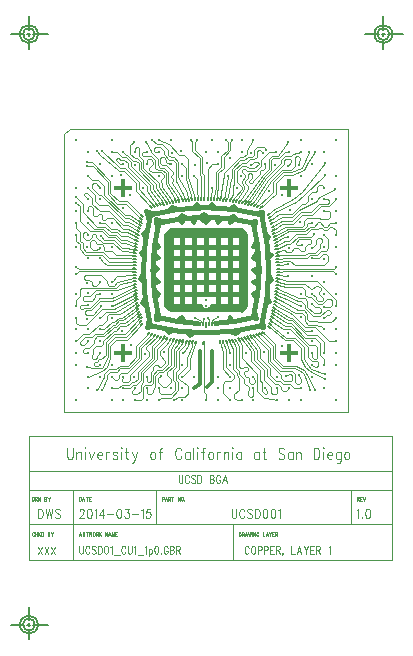
<source format=gbr>
*
*
G04 PADS 9.5 Build Number: 522968 generated Gerber (RS-274-X) file*
G04 PC Version=2.1*
*
%IN "UCSD001-BGA_5mm_2014-03"*%
*
%MOMM*%
*
%FSLAX33Y33*%
*
*
*
*
G04 PC Standard Apertures*
*
*
G04 Thermal Relief Aperture macro.*
%AMTER*
1,1,$1,0,0*
1,0,$1-$2,0,0*
21,0,$3,$4,0,0,45*
21,0,$3,$4,0,0,135*
%
*
*
G04 Annular Aperture macro.*
%AMANN*
1,1,$1,0,0*
1,0,$2,0,0*
%
*
*
G04 Odd Aperture macro.*
%AMODD*
1,1,$1,0,0*
1,0,$1-0.005,0,0*
%
*
*
G04 PC Custom Aperture Macros*
*
*
*
*
*
*
G04 PC Aperture Table*
*
%ADD010C,0.0254*%
%ADD013C,0.05*%
%ADD014C,0.13*%
%ADD015C,0.15*%
%ADD016O,0.35X0.13*%
%ADD017O,0.05X0.2*%
%ADD018C,0.1*%
%ADD019C,0.3*%
%ADD020C,0.5*%
%ADD021C,0.4*%
%ADD022C,0.2*%
%ADD023C,0.08814*%
%ADD024C,0.1778*%
%ADD029R,1.5X0.4*%
%ADD030R,0.4X1.5*%
%ADD031C,0.08*%
*
*
*
*
G04 PC Circuitry*
G04 Layer Name UCSD001-BGA_5mm_2014-03 - circuitry*
%LPD*%
*
*
G04 PC Custom Flashes*
G04 Layer Name UCSD001-BGA_5mm_2014-03 - flashes*
%LPD*%
*
*
G04 PC Circuitry*
G04 Layer Name UCSD001-BGA_5mm_2014-03 - circuitry*
%LPD*%
*
G54D10*
G54D13*
G01X146655Y152809D02*
X146544Y152910D01*
X145214Y154073D02*
X145106Y154177D01*
X146653Y152597D02*
X146546Y152702D01*
X146656Y152362D02*
X146543Y152461D01*
X145121Y153631D02*
X145009Y153730D01*
X146655Y152229D02*
X146544Y152331D01*
X146659Y151924D02*
X146540Y152015D01*
X146663Y151630D02*
X146536Y151709D01*
X146666Y151365D02*
X146533Y151434D01*
X144908Y152267D02*
X144776Y152339D01*
X146666Y151205D02*
X146533Y151274D01*
X146669Y150922D02*
X146530Y150977D01*
X146672Y150650D02*
X146527Y150689D01*
X146674Y150388D02*
X146525Y150411D01*
X144780Y150461D02*
X144631Y150477D01*
X146674Y150126D02*
X146525Y150133D01*
Y149866D02*
X146674Y149873D01*
X146526Y149577D02*
X146673Y149602D01*
X146527Y149310D02*
X146672Y149349D01*
X146530Y149022D02*
X146669Y149077D01*
X144718Y148165D02*
X144856Y148223D01*
X146530Y148862D02*
X146669Y148917D01*
X146532Y148597D02*
X146667Y148662D01*
X146536Y148290D02*
X146663Y148369D01*
X146541Y147963D02*
X146658Y148056D01*
X144957Y146529D02*
X145073Y146625D01*
X146544Y147669D02*
X146655Y147770D01*
X146545Y147488D02*
X146654Y147591D01*
X146547Y147236D02*
X146652Y147343D01*
X145114Y145788D02*
X145222Y145892D01*
X146545Y147068D02*
X146654Y147171D01*
X145444Y145199D02*
X145555Y145300D01*
X147045Y146548D02*
X147154Y146651D01*
X147224Y146549D02*
X147335Y146650D01*
X145818Y145109D02*
X145927Y145212D01*
X147528Y146545D02*
X147631Y146654D01*
X147719Y146544D02*
X147820Y146655D01*
X146505Y144963D02*
X146603Y145076D01*
X148033Y146540D02*
X148126Y146659D01*
X148339Y146536D02*
X148420Y146663D01*
X147471Y144801D02*
X147547Y144931D01*
X148646Y146532D02*
X148713Y146667D01*
X148901Y146530D02*
X148958Y146669D01*
X148414Y144694D02*
X148463Y144836D01*
X149199Y146527D02*
X149240Y146672D01*
X149359Y146527D02*
X149400Y146672D01*
X149658Y146525D02*
X149681Y146674D01*
X149477Y144632D02*
X149499Y144781D01*
X149903Y146525D02*
X149916Y146674D01*
X150237Y146525D02*
X150226Y146674D01*
X150650Y146527D02*
X150609Y146672D01*
X151355Y144676D02*
X151310Y144818D01*
X150906Y146529D02*
X150853Y146670D01*
X151087Y146530D02*
X151032Y146669D01*
X152076Y144744D02*
X152013Y144880D01*
X151363Y146533D02*
X151296Y146666D01*
X151660Y146536D02*
X151579Y146663D01*
X153008Y144875D02*
X152921Y144997D01*
X151976Y146541D02*
X151883Y146658D01*
X152301Y146545D02*
X152198Y146654D01*
X154035Y145076D02*
X153926Y145180D01*
X152564Y146548D02*
X152455Y146651D01*
X152826Y146550D02*
X152713Y146649D01*
X154461Y145176D02*
X154348Y145275D01*
X153016Y146550D02*
X152903Y146649D01*
X153453Y147017D02*
X153346Y147122D01*
X154854Y145658D02*
X154749Y145766D01*
X153451Y147185D02*
X153348Y147294D01*
X153452Y147416D02*
X153347Y147523D01*
X153453Y147607D02*
X153346Y147712D01*
X155002Y146333D02*
X154892Y146435D01*
X153457Y147922D02*
X153342Y148017D01*
X153462Y148237D02*
X153337Y148322D01*
X153466Y148544D02*
X153333Y148615D01*
X153469Y148831D02*
X153330Y148888D01*
X155273Y148083D02*
X155136Y148144D01*
X153469Y148991D02*
X153330Y149048D01*
X153472Y149289D02*
X153327Y149330D01*
X153474Y149598D02*
X153325Y149621D01*
X153474Y149855D02*
X153325Y149864D01*
Y150126D02*
X153474Y150133D01*
X155219Y150473D02*
X155368Y150489D01*
X153326Y150406D02*
X153473Y150433D01*
X153327Y150669D02*
X153472Y150710D01*
X153328Y150838D02*
X153471Y150881D01*
X153330Y151092D02*
X153469Y151147D01*
X155112Y152083D02*
X155247Y152147D01*
X153333Y151374D02*
X153466Y151445D01*
X153337Y151668D02*
X153462Y151751D01*
X153341Y151972D02*
X153458Y152067D01*
X153345Y152248D02*
X153454Y152351D01*
X154863Y153709D02*
X154973Y153810D01*
X153347Y152486D02*
X153452Y152593D01*
X153348Y152705D02*
X153451Y152814D01*
X154753Y154218D02*
X154858Y154326D01*
X153346Y152877D02*
X153453Y152982D01*
X152806Y153347D02*
X152913Y153452D01*
X154190Y154760D02*
X154299Y154863D01*
X152635Y153348D02*
X152744Y153451D01*
X152309Y153344D02*
X152410Y153455D01*
X153704Y154864D02*
X153807Y154973D01*
X152120Y153343D02*
X152219Y153456D01*
X151825Y153339D02*
X151914Y153460D01*
X152768Y155024D02*
X152850Y155150D01*
X151512Y153334D02*
X151587Y153465D01*
X151258Y153332D02*
X151321Y153467D01*
X151831Y155137D02*
X151886Y155277D01*
X150975Y153328D02*
X151024Y153471D01*
X150805Y153329D02*
X150854Y153470D01*
X151151Y155190D02*
X151190Y155335D01*
X150523Y153326D02*
X150556Y153473D01*
X150261Y153325D02*
X150278Y153474D01*
X149764Y155223D02*
X149755Y155373D01*
X149738Y153325D02*
X149721Y153474D01*
X149476Y153326D02*
X149443Y153473D01*
X149193Y153328D02*
X149146Y153471D01*
X148622Y155175D02*
X148580Y155319D01*
X149033Y153328D02*
X148986Y153471D01*
X148760Y153331D02*
X148699Y153468D01*
X147696Y155086D02*
X147627Y155219D01*
X148487Y153334D02*
X148412Y153465D01*
X148174Y153339D02*
X148085Y153460D01*
X146820Y154960D02*
X146729Y155079D01*
X147859Y153343D02*
X147760Y153456D01*
X147583Y153347D02*
X147476Y153452D01*
X146059Y154815D02*
X145953Y154922D01*
X147374Y153348D02*
X147265Y153451D01*
X147203Y153347D02*
X147096Y153452D01*
X145686Y154730D02*
X145579Y154835D01*
X149125Y145345D02*
X149269D01*
X149330Y145677*
X149125Y145693*
Y145345*
X150886D02*
X150711D01*
X150658Y145676*
X150658D02*
X150912Y145693D01*
X150912D02*
X150886Y145345D01*
X149125Y145645D02*
X149324D01*
X149125Y145595D02*
X149315D01*
X149125Y145545D02*
X149306D01*
X149125Y145495D02*
X149296D01*
X149125Y145445D02*
X149287D01*
X149125Y145395D02*
X149278D01*
X149125Y145345D02*
Y145693D01*
X149175Y145345D02*
Y145689D01*
X149225Y145345D02*
Y145685D01*
X149275Y145376D02*
Y145681D01*
X149325Y145648D02*
Y145677D01*
X150663Y145645D02*
X150909D01*
X150671Y145595D02*
X150905D01*
X150679Y145545D02*
X150901D01*
X150687Y145495D02*
X150898D01*
X150695Y145445D02*
X150894D01*
X150703Y145395D02*
X150890D01*
X150686Y145500D02*
Y145678D01*
X150736Y145345D02*
Y145681D01*
X150786Y145345D02*
Y145685D01*
X150836Y145345D02*
Y145688D01*
X150886Y145345D02*
Y145691D01*
X162762Y130828D02*
Y130500D01*
Y130828D02*
X162864D01*
X162864D02*
X162898Y130812D01*
X162898D02*
X162910Y130796D01*
X162910D02*
X162921Y130765D01*
X162921D02*
Y130734D01*
X162921D02*
X162910Y130703D01*
X162898Y130687*
X162898D02*
X162864Y130671D01*
X162864D02*
X162762D01*
X162842D02*
X162921Y130500D01*
X163023Y130828D02*
Y130500D01*
Y130828D02*
X163171D01*
X163023Y130671D02*
X163114D01*
X163023Y130500D02*
X163171D01*
X163273Y130828D02*
X163364Y130500D01*
X163455Y130828D02*
X163364Y130500D01*
X152762Y127828D02*
Y127500D01*
Y127828D02*
X152842D01*
X152876Y127812*
X152876D02*
X152898Y127781D01*
X152898D02*
X152910Y127750D01*
X152921Y127703*
X152921D02*
Y127625D01*
X152921D02*
X152910Y127578D01*
X152898Y127546*
X152898D02*
X152876Y127515D01*
X152876D02*
X152842Y127500D01*
X152762*
X153023Y127828D02*
Y127500D01*
Y127828D02*
X153126D01*
X153160Y127812*
X153160D02*
X153171Y127796D01*
X153171D02*
X153182Y127765D01*
X153182D02*
Y127734D01*
X153182D02*
X153171Y127703D01*
X153171D02*
X153160Y127687D01*
X153160D02*
X153126Y127671D01*
X153126D02*
X153023D01*
X153103D02*
X153182Y127500D01*
X153376Y127828D02*
X153285Y127500D01*
X153376Y127828D02*
X153467Y127500D01*
X153319Y127609D02*
X153432D01*
X153569Y127828D02*
X153626Y127500D01*
X153682Y127828D02*
X153626Y127500D01*
X153682Y127828D02*
X153739Y127500D01*
X153796Y127828D02*
X153739Y127500D01*
X153898Y127828D02*
Y127500D01*
X154001Y127828D02*
Y127500D01*
Y127828D02*
X154160Y127500D01*
Y127828D02*
Y127500D01*
X154432Y127750D02*
X154421Y127781D01*
X154421D02*
X154398Y127812D01*
X154398D02*
X154376Y127828D01*
X154330*
X154330D02*
X154307Y127812D01*
X154307D02*
X154285Y127781D01*
X154273Y127750*
X154273D02*
X154262Y127703D01*
Y127625*
X154273Y127578*
X154273D02*
X154285Y127546D01*
X154285D02*
X154307Y127515D01*
X154307D02*
X154330Y127500D01*
X154330D02*
X154376D01*
X154398Y127515*
X154398D02*
X154421Y127546D01*
X154421D02*
X154432Y127578D01*
X154432D02*
Y127625D01*
X154376D02*
X154432D01*
X154796Y127828D02*
Y127500D01*
X154796D02*
X154932D01*
X155126Y127828D02*
X155035Y127500D01*
X155126Y127828D02*
X155217Y127500D01*
X155069Y127609D02*
X155182D01*
X155319Y127828D02*
X155410Y127671D01*
X155410D02*
Y127500D01*
X155501Y127828D02*
X155410Y127671D01*
X155603Y127828D02*
Y127500D01*
Y127828D02*
X155751D01*
X155603Y127671D02*
X155694D01*
X155603Y127500D02*
X155751D01*
X155853Y127828D02*
Y127500D01*
Y127828D02*
X155955D01*
X155955D02*
X155989Y127812D01*
X155989D02*
X156001Y127796D01*
X156001D02*
X156012Y127765D01*
X156012D02*
Y127734D01*
X156001Y127703*
X155989Y127687*
X155989D02*
X155955Y127671D01*
X155955D02*
X155853D01*
X155932D02*
X156012Y127500D01*
X146262Y130828D02*
Y130500D01*
Y130828D02*
X146364D01*
X146364D02*
X146398Y130812D01*
X146398D02*
X146410Y130796D01*
X146410D02*
X146421Y130765D01*
X146421D02*
Y130718D01*
X146421D02*
X146410Y130687D01*
X146410D02*
X146398Y130671D01*
X146398D02*
X146364Y130656D01*
X146364D02*
X146262D01*
X146614Y130828D02*
X146523Y130500D01*
X146614Y130828D02*
X146705Y130500D01*
X146557Y130609D02*
X146671D01*
X146807Y130828D02*
Y130500D01*
Y130828D02*
X146910D01*
X146944Y130812*
X146944D02*
X146955Y130796D01*
X146955D02*
X146967Y130765D01*
X146967D02*
Y130734D01*
X146955Y130703*
X146955D02*
X146944Y130687D01*
X146944D02*
X146910Y130671D01*
X146910D02*
X146807D01*
X146887D02*
X146967Y130500D01*
X147148Y130828D02*
Y130500D01*
X147069Y130828D02*
X147228D01*
X147592D02*
Y130500D01*
Y130828D02*
X147751Y130500D01*
Y130828D02*
Y130500D01*
X147921Y130828D02*
X147898Y130812D01*
X147898D02*
X147876Y130781D01*
X147864Y130750*
X147864D02*
X147853Y130703D01*
Y130625*
X147864Y130578*
X147864D02*
X147876Y130546D01*
X147876D02*
X147898Y130515D01*
X147898D02*
X147921Y130500D01*
X147921D02*
X147967D01*
X147989Y130515*
X147989D02*
X148012Y130546D01*
X148012D02*
X148023Y130578D01*
X148023D02*
X148035Y130625D01*
Y130703*
X148023Y130750*
X148023D02*
X148012Y130781D01*
X147989Y130812*
X147989D02*
X147967Y130828D01*
X147921*
X148148Y130531D02*
X148137Y130515D01*
X148137D02*
X148148Y130500D01*
X148148D02*
X148160Y130515D01*
X148160D02*
X148148Y130531D01*
X139353Y127828D02*
X139262Y127500D01*
X139353Y127828D02*
X139444Y127500D01*
X139296Y127609D02*
X139410D01*
X139546Y127828D02*
Y127500D01*
Y127828D02*
X139648D01*
X139648D02*
X139682Y127812D01*
X139682D02*
X139694Y127796D01*
X139694D02*
X139705Y127765D01*
X139705D02*
Y127734D01*
X139705D02*
X139694Y127703D01*
X139682Y127687*
X139682D02*
X139648Y127671D01*
X139648D02*
X139546D01*
X139626D02*
X139705Y127500D01*
X139887Y127828D02*
Y127500D01*
X139807Y127828D02*
X139967D01*
X140069D02*
X140126Y127500D01*
X140182Y127828D02*
X140126Y127500D01*
X140182Y127828D02*
X140239Y127500D01*
X140296Y127828D02*
X140239Y127500D01*
X140467Y127828D02*
X140444Y127812D01*
X140444D02*
X140421Y127781D01*
X140421D02*
X140410Y127750D01*
X140398Y127703*
X140398D02*
Y127625D01*
X140398D02*
X140410Y127578D01*
X140421Y127546*
X140421D02*
X140444Y127515D01*
X140444D02*
X140467Y127500D01*
X140512*
X140535Y127515*
X140535D02*
X140557Y127546D01*
X140557D02*
X140569Y127578D01*
X140580Y127625*
X140580D02*
Y127703D01*
X140580D02*
X140569Y127750D01*
X140557Y127781*
X140557D02*
X140535Y127812D01*
X140535D02*
X140512Y127828D01*
X140467*
X140682D02*
Y127500D01*
Y127828D02*
X140785D01*
X140819Y127812*
X140819D02*
X140830Y127796D01*
X140830D02*
X140842Y127765D01*
X140842D02*
Y127734D01*
X140830Y127703*
X140830D02*
X140819Y127687D01*
X140819D02*
X140785Y127671D01*
X140785D02*
X140682D01*
X140762D02*
X140842Y127500D01*
X140944Y127828D02*
Y127500D01*
X141103Y127828D02*
X140944Y127609D01*
X141001Y127687D02*
X141103Y127500D01*
X141467Y127828D02*
Y127500D01*
Y127828D02*
X141626Y127500D01*
Y127828D02*
Y127500D01*
X141819Y127828D02*
X141728Y127500D01*
X141819Y127828D02*
X141910Y127500D01*
X141762Y127609D02*
X141876D01*
X142012Y127828D02*
Y127500D01*
Y127828D02*
X142103Y127500D01*
X142194Y127828D02*
X142103Y127500D01*
X142194Y127828D02*
Y127500D01*
X142296Y127828D02*
Y127500D01*
Y127828D02*
X142444D01*
X142296Y127671D02*
X142387D01*
X142296Y127500D02*
X142444D01*
X139262Y130828D02*
Y130500D01*
Y130828D02*
X139342D01*
X139376Y130812*
X139376D02*
X139398Y130781D01*
X139398D02*
X139410Y130750D01*
X139421Y130703*
X139421D02*
Y130625D01*
X139421D02*
X139410Y130578D01*
X139398Y130546*
X139398D02*
X139376Y130515D01*
X139376D02*
X139342Y130500D01*
X139262*
X139614Y130828D02*
X139523Y130500D01*
X139614Y130828D02*
X139705Y130500D01*
X139557Y130609D02*
X139671D01*
X139887Y130828D02*
Y130500D01*
X139807Y130828D02*
X139967D01*
X140069D02*
Y130500D01*
Y130828D02*
X140217D01*
X140069Y130671D02*
X140160D01*
X140069Y130500D02*
X140217D01*
X135432Y127750D02*
X135421Y127781D01*
X135421D02*
X135398Y127812D01*
X135398D02*
X135376Y127828D01*
X135330*
X135330D02*
X135307Y127812D01*
X135307D02*
X135285Y127781D01*
X135273Y127750*
X135273D02*
X135262Y127703D01*
Y127625*
X135273Y127578*
X135273D02*
X135285Y127546D01*
X135285D02*
X135307Y127515D01*
X135307D02*
X135330Y127500D01*
X135330D02*
X135376D01*
X135398Y127515*
X135398D02*
X135421Y127546D01*
X135421D02*
X135432Y127578D01*
X135535Y127828D02*
Y127500D01*
X135694Y127828D02*
Y127500D01*
X135535Y127671D02*
X135694D01*
X135796Y127828D02*
Y127500D01*
X135955Y127828D02*
X135796Y127609D01*
X135853Y127687D02*
X135955Y127500D01*
X136057Y127828D02*
Y127500D01*
Y127828D02*
X136137D01*
X136171Y127812*
X136171D02*
X136194Y127781D01*
X136205Y127750*
X136205D02*
X136217Y127703D01*
Y127625*
X136205Y127578*
X136205D02*
X136194Y127546D01*
X136194D02*
X136171Y127515D01*
X136171D02*
X136137Y127500D01*
X136057*
X136580Y127828D02*
Y127500D01*
Y127828D02*
X136682D01*
X136682D02*
X136717Y127812D01*
X136717D02*
X136728Y127796D01*
X136728D02*
X136739Y127765D01*
X136739D02*
Y127734D01*
X136739D02*
X136728Y127703D01*
X136717Y127687*
X136717D02*
X136682Y127671D01*
X136580D02*
X136682D01*
X136682D02*
X136717Y127656D01*
X136728Y127640*
X136728D02*
X136739Y127609D01*
X136739D02*
Y127562D01*
X136739D02*
X136728Y127531D01*
X136717Y127515*
X136717D02*
X136682Y127500D01*
X136682D02*
X136580D01*
X136842Y127828D02*
X136932Y127671D01*
X136932D02*
Y127500D01*
X137023Y127828D02*
X136932Y127671D01*
X135262Y130828D02*
Y130500D01*
Y130828D02*
X135342D01*
X135376Y130812*
X135376D02*
X135398Y130781D01*
X135398D02*
X135410Y130750D01*
X135421Y130703*
X135421D02*
Y130625D01*
X135421D02*
X135410Y130578D01*
X135398Y130546*
X135398D02*
X135376Y130515D01*
X135376D02*
X135342Y130500D01*
X135262*
X135523Y130828D02*
Y130500D01*
Y130828D02*
X135626D01*
X135660Y130812*
X135660D02*
X135671Y130796D01*
X135671D02*
X135682Y130765D01*
X135682D02*
Y130734D01*
X135682D02*
X135671Y130703D01*
X135671D02*
X135660Y130687D01*
X135660D02*
X135626Y130671D01*
X135626D02*
X135523D01*
X135603D02*
X135682Y130500D01*
X135785Y130828D02*
Y130500D01*
Y130828D02*
X135944Y130500D01*
Y130828D02*
Y130500D01*
X136307Y130828D02*
Y130500D01*
Y130828D02*
X136410D01*
X136444Y130812*
X136444D02*
X136455Y130796D01*
X136455D02*
X136467Y130765D01*
X136467D02*
Y130734D01*
X136455Y130703*
X136455D02*
X136444Y130687D01*
X136444D02*
X136410Y130671D01*
X136307D02*
X136410D01*
X136410D02*
X136444Y130656D01*
X136455Y130640*
X136455D02*
X136467Y130609D01*
Y130562*
X136467D02*
X136455Y130531D01*
X136455D02*
X136444Y130515D01*
X136444D02*
X136410Y130500D01*
X136307*
X136569Y130828D02*
X136660Y130671D01*
X136660D02*
Y130500D01*
X136751Y130828D02*
X136660Y130671D01*
G54D14*
X145930Y153289D02*
X145775Y153445D01*
X145833Y152765D02*
X145665Y152906D01*
X145777Y152401D02*
X145597Y152527D01*
X145730Y152036D02*
X145539Y152145D01*
X145671Y151467D02*
X145469Y151554D01*
X145645Y151111D02*
X145435Y151178D01*
X145625Y150727D02*
X145409Y150771D01*
X145395Y149609D02*
X145613Y149632D01*
X145409Y149237D02*
X145624Y149280D01*
X145434Y148837D02*
X145644Y148903D01*
X145486Y148275D02*
X145687Y148363D01*
X145535Y147880D02*
X145727Y147988D01*
X145597Y147473D02*
X145777Y147599D01*
X145701Y146902D02*
X145867Y147046D01*
X145777Y146543D02*
X145932Y146700D01*
X146360Y145819D02*
X146522Y145968D01*
X146921Y145698D02*
X147067Y145862D01*
X147500Y145594D02*
X147628Y145772D01*
X148306Y145483D02*
X148396Y145684D01*
X148883Y145431D02*
X148950Y145640D01*
X149232Y145409D02*
X149281Y145624D01*
X149488Y145399D02*
X149525Y145615D01*
X149741Y145392D02*
X149761Y145611D01*
X150006Y145390D02*
X150013Y145609D01*
X150257Y145392D02*
X150244Y145611D01*
X150496Y145398D02*
X150468Y145616D01*
X150747Y145408D02*
X150699Y145623D01*
X151322Y145447D02*
X151251Y145655D01*
X152117Y145536D02*
X152005Y145726D01*
X152914Y145667D02*
X152769Y145833D01*
X153459Y145779D02*
X153299Y145931D01*
X153852Y145869D02*
X153689Y146017D01*
X154191Y146415D02*
X154044Y146579D01*
X154273Y146781D02*
X154113Y146933D01*
X154386Y147382D02*
X154210Y147515D01*
X154451Y147797D02*
X154263Y147911D01*
X154503Y148194D02*
X154305Y148289D01*
X154561Y148788D02*
X154353Y148858D01*
X154588Y149198D02*
X154373Y149245D01*
X154604Y149598D02*
X154385Y149622D01*
X154373Y150772D02*
X154587Y150821D01*
X154354Y151111D02*
X154564Y151179D01*
X154336Y151356D02*
X154543Y151432D01*
X154266Y152064D02*
X154455Y152176D01*
X154211Y152479D02*
X154387Y152611D01*
X154153Y152846D02*
X154317Y152992D01*
X154048Y153397D02*
X154197Y153559D01*
X153585Y154004D02*
X153742Y154158D01*
X153220Y154083D02*
X153375Y154239D01*
X152662Y154183D02*
X152800Y154354D01*
X151879Y154287D02*
X151981Y154482D01*
X151314Y154340D02*
X151392Y154546D01*
X150563Y154381D02*
X150598Y154598D01*
X150194Y154388D02*
X150206Y154608D01*
X149451Y154381D02*
X149417Y154598D01*
X149068Y154365D02*
X149011Y154577D01*
X148499Y154324D02*
X148419Y154529D01*
X147724Y154239D02*
X147603Y154423D01*
X146996Y154125D02*
X146845Y154285D01*
X146561Y154038D02*
X146401Y154189D01*
G54D15*
X144682Y154497D02*
X144507Y154675D01*
X144610Y154247D02*
X144428Y154419D01*
X144541Y153997D02*
X144352Y154160D01*
X144477Y153745D02*
X144282Y153901D01*
X144417Y153492D02*
X144215Y153640D01*
X144361Y153238D02*
X144153Y153377D01*
X144310Y152984D02*
X144096Y153113D01*
X144263Y152729D02*
X144043Y152849D01*
X144220Y152473D02*
X143995Y152583D01*
X144181Y152216D02*
X143952Y152316D01*
X144147Y151959D02*
X143913Y152048D01*
X144116Y151701D02*
X143879Y151779D01*
X144091Y151443D02*
X143850Y151509D01*
X144069Y151184D02*
X143825Y151239D01*
X144052Y150925D02*
X143805Y150968D01*
X144039Y150666D02*
X143791Y150697D01*
X144030Y150406D02*
X143780Y150425D01*
X144025Y150146D02*
X143775Y150154D01*
Y149882D02*
X144025Y149886D01*
X143780Y149609D02*
X144029Y149627D01*
X143789Y149337D02*
X144037Y149367D01*
X143803Y149065D02*
X144050Y149107D01*
X143822Y148794D02*
X144067Y148847D01*
X143846Y148522D02*
X144088Y148587D01*
X143875Y148251D02*
X144113Y148327D01*
X143909Y147981D02*
X144143Y148068D01*
X143947Y147711D02*
X144177Y147809D01*
X143991Y147442D02*
X144216Y147551D01*
X144039Y147174D02*
X144259Y147293D01*
X144092Y146906D02*
X144306Y147035D01*
X144149Y146640D02*
X144358Y146778D01*
X144211Y146375D02*
X144414Y146522D01*
X144278Y146111D02*
X144474Y146266D01*
X144350Y145848D02*
X144539Y146011D01*
X144426Y145586D02*
X144608Y145757D01*
X144507Y145326D02*
X144682Y145504D01*
X145056Y144596D02*
X145243Y144762D01*
X145315Y144511D02*
X145496Y144684D01*
X145576Y144430D02*
X145750Y144610D01*
X145839Y144353D02*
X146005Y144540D01*
X146103Y144281D02*
X146261Y144475D01*
X146369Y144213D02*
X146518Y144414D01*
X146636Y144151D02*
X146776Y144358D01*
X146904Y144093D02*
X147035Y144305D01*
X147173Y144039D02*
X147295Y144258D01*
X147444Y143991D02*
X147555Y144215D01*
X147726Y143946D02*
X147826Y144175D01*
X147999Y143907D02*
X148088Y144140D01*
X148272Y143873D02*
X148351Y144111D01*
X148547Y143844D02*
X148613Y144085D01*
X148822Y143820D02*
X148877Y144064D01*
X149097Y143801D02*
X149140Y144048D01*
X149779Y143776D02*
X149796Y144026D01*
X151199Y143822D02*
X151143Y144066D01*
X151474Y143846D02*
X151406Y144087D01*
X151748Y143876D02*
X151669Y144113D01*
X152022Y143910D02*
X151931Y144143D01*
X152295Y143949D02*
X152193Y144177D01*
X152567Y143993D02*
X152455Y144216D01*
X152838Y144042D02*
X152716Y144260D01*
X153108Y144095D02*
X152976Y144308D01*
X153377Y144154D02*
X153236Y144360D01*
X153644Y144217D02*
X153494Y144417D01*
X153911Y144285D02*
X153752Y144478D01*
X154176Y144357D02*
X154009Y144544D01*
X154439Y144435D02*
X154265Y144614D01*
X154701Y144516D02*
X154520Y144689D01*
X154962Y144603D02*
X154774Y144768D01*
X155425Y145122D02*
X155257Y145307D01*
X155512Y145391D02*
X155337Y145569D01*
X155595Y145662D02*
X155412Y145833D01*
X155673Y145935D02*
X155483Y146098D01*
X155746Y146209D02*
X155549Y146363D01*
X155814Y146485D02*
X155610Y146630D01*
X155876Y146762D02*
X155666Y146897D01*
X155934Y147040D02*
X155718Y147165D01*
X155986Y147319D02*
X155765Y147434D01*
X156034Y147599D02*
X155807Y147703D01*
X156076Y147879D02*
X155844Y147972D01*
X156113Y148161D02*
X155877Y148242D01*
X156145Y148443D02*
X155904Y148513D01*
X156171Y148726D02*
X155928Y148783D01*
X156192Y149010D02*
X155946Y149054D01*
X156208Y149293D02*
X155960Y149325D01*
X156219Y149577D02*
X155969Y149596D01*
X156224Y149861D02*
X155974Y149867D01*
Y150138D02*
X156224Y150145D01*
X155969Y150409D02*
X156218Y150429D01*
X155960Y150680D02*
X156208Y150712D01*
X155946Y150950D02*
X156192Y150995D01*
X155927Y151221D02*
X156171Y151278D01*
X155904Y151490D02*
X156144Y151560D01*
X155876Y151760D02*
X156112Y151841D01*
X155844Y152029D02*
X156076Y152122D01*
X155806Y152302D02*
X156033Y152406D01*
X155765Y152565D02*
X155987Y152680D01*
X155718Y152832D02*
X155934Y152958D01*
X155667Y153099D02*
X155877Y153234D01*
X155611Y153364D02*
X155815Y153509D01*
X155551Y153629D02*
X155748Y153782D01*
X155487Y153885D02*
X155678Y154047D01*
X155418Y154147D02*
X155601Y154317D01*
X155341Y154416D02*
X155517Y154594D01*
X155262Y154676D02*
X155430Y154861D01*
X154606Y155283D02*
X154788Y155455D01*
X154348Y155360D02*
X154523Y155539D01*
X154089Y155433D02*
X154256Y155619D01*
X153829Y155501D02*
X153988Y155694D01*
X153568Y155564D02*
X153719Y155764D01*
X153307Y155623D02*
X153448Y155829D01*
X153044Y155677D02*
X153176Y155890D01*
X152781Y155727D02*
X152903Y155945D01*
X152518Y155772D02*
X152629Y155996D01*
X152254Y155812D02*
X152354Y156041D01*
X151989Y155848D02*
X152079Y156082D01*
X151724Y155880D02*
X151803Y156117D01*
X151459Y155907D02*
X151526Y156148D01*
X151193Y155929D02*
X151249Y156173D01*
X150928Y155947D02*
X150971Y156193D01*
X150662Y155961D02*
X150693Y156209D01*
X150397Y155970D02*
X150415Y156219D01*
X150131Y155974D02*
X150137Y156224D01*
X149865Y155974D02*
X149859Y156224D01*
X149600Y155969D02*
X149581Y156219D01*
X149335Y155961D02*
X149303Y156209D01*
X149070Y155947D02*
X149026Y156193D01*
X148805Y155929D02*
X148749Y156173D01*
X148540Y155907D02*
X148473Y156148D01*
X148276Y155880D02*
X148198Y156118D01*
X148012Y155849D02*
X147923Y156082D01*
X147749Y155813D02*
X147649Y156042D01*
X147487Y155773D02*
X147376Y155997D01*
X147225Y155728D02*
X147104Y155947D01*
X146964Y155679D02*
X146833Y155892D01*
X146712Y155627D02*
X146571Y155834D01*
X146445Y155568D02*
X146295Y155768D01*
X146186Y155505D02*
X146028Y155699D01*
X145929Y155438D02*
X145763Y155625D01*
X145673Y155367D02*
X145499Y155546D01*
X145418Y155291D02*
X145237Y155463D01*
G54D16*
X145500Y150000D03*
X154500D03*
G54D17*
X150000Y153400D03*
G54D18*
X152000Y139000D02*
X151400Y139600D01*
Y140400*
X151600Y140600*
X152075*
X152368Y140893*
X152400Y139200D02*
X152600Y139000D01*
X153000*
X152400Y139200D02*
Y139500D01*
X152800Y139900*
X143750Y139600D02*
X143850Y139500D01*
X144150*
X144450Y139800*
Y140250*
X144700Y140500*
Y141300*
X145850Y142450*
Y143300*
X146300Y143750*
X146592Y144105*
X146592D02*
X146706Y144254D01*
X143750Y139600D02*
Y139750D01*
X144000Y140000*
X153550Y139450D02*
X153700Y139300D01*
X153850*
X154000Y139450*
Y140000*
X153550Y139450D02*
Y139750D01*
X153650Y139850*
Y140150*
X144000Y139000D02*
X144473D01*
X144473D02*
X144673Y139200D01*
X144673D02*
Y140123D01*
X144673D02*
X144850Y140300D01*
X145350*
X145500Y140450*
Y141164*
X145885Y141550*
X145885D02*
X146250D01*
X146750Y142050*
Y143450*
X147100Y143900*
X147230Y144138*
X147230D02*
X147234Y144149D01*
X146000Y139000D02*
X146200Y139200D01*
X147000*
X147650Y139850*
X147300Y139000D02*
X147600Y139300D01*
X148200*
X148300Y139400*
X148450Y139550*
X139350Y143800D02*
X139500Y143650D01*
X139650*
X140000Y144000*
X139350Y143800D02*
Y143950D01*
X139750Y144350*
X140350*
X140600Y144600*
X141300*
X142100Y145400*
X142300*
X142650Y145750*
X143000*
X144253Y146709*
X139600Y152800D02*
Y153100D01*
X139700Y153200*
X139800*
X140000Y153000*
X139600Y152800D02*
X139800Y152600D01*
X140100*
X140300Y152800*
Y152950*
X140400Y153050*
X140605*
X140605D02*
X140705Y152950D01*
X140705D02*
Y152800D01*
X140705D02*
X140902Y152602D01*
X140902D02*
X141050D01*
X141050D02*
X141300Y152350D01*
X142100*
X142850Y151600*
X143250*
X143970Y151476*
X139600Y147500D02*
Y147700D01*
X139700Y147800*
X140200*
X140700Y148300*
X142500*
X143945Y148820*
X139600Y147500D02*
X139700Y147400D01*
X140300*
X140600Y147700*
Y147900*
X140700Y148000*
X141000*
X139000Y154000D02*
Y153550D01*
X139350Y153200*
Y152500*
X139550Y152300*
Y151850*
X139850Y151550*
X141250*
X141800Y151000*
X143500*
X143929Y150947*
X139600Y143100D02*
X139700Y143000D01*
X140000*
X139600Y143100D02*
Y143250D01*
X139750Y143400*
X140050*
X140500Y143850*
Y144100*
X140800Y144400*
X141400*
X142200Y145200*
X142400*
X142700Y145500*
X143100*
X144313Y146448*
X140000Y156000D02*
X139650Y156350D01*
Y156450*
X139750Y156550*
X139950*
X140350Y156150*
Y155650*
X141000Y155000*
X141800*
X143000Y153800*
X143400*
X144257Y153308*
X139700Y149300D02*
Y149500D01*
X139800Y149600*
X141100*
X141600Y149100*
Y148900*
X141800Y148700*
X142200*
X142500Y149000*
X143913Y149352*
X139700Y149300D02*
X139800Y149200D01*
X140100*
X140300Y149000*
Y148800*
X140400Y148700*
X140700*
X141000Y149000*
X139350Y146800D02*
Y147000D01*
X139450Y147100*
X140000*
X139350Y146800D02*
X139450Y146700D01*
X139600*
X139700Y146800*
X140150*
X140900Y147548*
X140900D02*
X140950Y147646D01*
X140950D02*
X142001D01*
X142001D02*
X143967Y148555D01*
X139750Y146500D02*
Y146350D01*
X139850Y146250*
X140400*
X140850Y146700*
Y146750*
X141100Y147000*
X139750Y146500D02*
X139850Y146600D01*
X140250*
X141050Y147400*
X142000*
X143994Y148289*
X139000Y147000D02*
Y147500D01*
X139300Y147800*
Y148350*
X139450Y148500*
X142400*
X142700Y148800*
X143926Y149086*
X139000Y146000D02*
Y145550D01*
X139200Y145350*
X139850*
X141200Y146700*
X142200*
X144062Y147760*
X139000Y144000D02*
X139600Y144600D01*
X140100*
X140900Y145400*
X141200*
X141600Y145800*
Y146100*
X141800Y146300*
X142700*
X144149Y147233*
X139000Y156200D02*
X139600Y155600D01*
Y154900*
X140800Y153700*
X141450*
X141950Y153200*
X142500*
X142800Y152900*
X143300*
X144107Y152528*
X139000Y155700D02*
X139300Y155400D01*
Y154150*
X140150Y153300*
X141200*
X141700Y152800*
X142300*
X142800Y152300*
X143100*
X144030Y152003*
X139000Y153000D02*
Y152500D01*
X139300Y152200*
Y151781*
X139300D02*
X139750Y151331D01*
X139750D02*
X141150D01*
X141150D02*
X141800Y150681D01*
X141800D02*
X143915D01*
X142405Y159300D02*
Y159386D01*
X142405D02*
X142519Y159500D01*
X142600*
X142722Y159377*
X142722D02*
X143072D01*
X143072D02*
X143400Y159050D01*
Y158753*
X145000Y157153*
Y156750*
X145593Y155845*
X145593D02*
X145846Y155532D01*
X142405Y159300D02*
X142705Y159000D01*
X142705D02*
X143000D01*
X159600Y148050D02*
Y148200D01*
X159700Y148300*
X159600Y148050D02*
Y147950D01*
X159900Y147650*
Y147500*
X144950Y143300D02*
Y143474D01*
X144950D02*
X145922Y144447D01*
X144950Y143300D02*
X145150Y143100D01*
X153053Y158350D02*
Y158500D01*
X153053D02*
X153150Y158596D01*
X153300*
X153450Y158446*
X154246*
X154650Y158850*
Y159300*
X155350Y160000*
X155950*
X153053Y158350D02*
X153303Y158100D01*
X145950Y140500D02*
Y140850D01*
X146150Y141050*
X145950Y140500D02*
X146350Y140100D01*
X146600*
X147000Y140500*
X147400D02*
X147211Y140688D01*
X147211D02*
Y141561D01*
X147211D02*
X147450Y141800D01*
Y143200*
X147900Y143700*
X148043Y144024*
X153300Y157550D02*
Y157400D01*
X153550Y157150*
X153300Y157550D02*
X153550Y157800D01*
Y158100*
X153650Y158200*
X153800*
X153900Y158100*
Y157850*
X147450Y140750D02*
Y141400D01*
X147700Y141650*
Y143150*
X148200Y143650*
X148311Y143992*
X147450Y140750D02*
X147650Y140550D01*
Y139850*
X142850Y140650D02*
Y140750D01*
X143000Y141000*
X142850Y140650D02*
X142950Y140550D01*
X143350*
X143550Y140750*
Y141150*
X145150Y142750*
Y143100*
X143600Y159850D02*
Y160600D01*
X143900Y160900*
X143600Y159850D02*
X143950Y159500D01*
X144150*
X144500Y159150*
Y158550*
X145750Y157300*
Y156950*
X146598Y155798*
X146598D02*
X146641Y155731D01*
X146150Y157500D02*
Y157650D01*
X146400Y157900*
X146150Y157500D02*
X146300Y157350D01*
Y157050*
X147050Y156050*
X147165Y155838*
X153200Y141200D02*
X153400Y141000D01*
X153550*
X153650Y140900*
Y140500*
X153800Y140350*
X154000*
X154150Y140500*
Y140750*
X153200Y141200D02*
Y141350D01*
X153300Y141450*
X153450*
X153550Y141550*
Y141700*
X146100Y143200D02*
Y142800D01*
X146550Y142350*
X146100Y143200D02*
X146500Y143600D01*
X146916Y144121*
X146916D02*
X146970Y144199D01*
X140200Y151950D02*
X140400Y151750D01*
X140700*
X141000Y151900*
X140200Y151950D02*
Y152400D01*
X140350Y152550*
X140550*
X140700Y152400*
Y152300*
X140800Y152200*
X141150*
X141350Y152000*
Y151750*
X141450Y151650*
X142050*
X142400Y151300*
X143550*
X143947Y151211*
X146100Y159050D02*
Y159450D01*
X146200Y159550*
X146400*
X146600Y159350*
Y159200*
X146700Y159100*
X147000Y159000*
X146100Y159050D02*
X146250Y158900D01*
X146600*
X147200Y158300*
Y158150*
X153650Y157450D02*
Y157600D01*
X153900Y157850*
X153650Y157450D02*
X153750Y157350D01*
X153900*
X154000Y157450*
Y157600*
X154550Y158150*
Y158400*
X154650Y158500*
X154850*
X155000Y158650*
Y159000*
X152600Y158400D02*
Y157450D01*
X153000Y157050*
X152600Y158400D02*
X153050Y158850D01*
X153400*
X153600Y158650*
X154100*
X154450Y159000*
Y159100*
X147650Y140850D02*
Y141174D01*
X147650D02*
X148350Y141874D01*
X148350D02*
Y142600D01*
X148800Y143600*
X148849Y143942*
X147650Y140850D02*
X147850Y140650D01*
X148000*
X148450Y140200*
Y139550*
X147100Y157350D02*
Y157500D01*
X147200Y157600*
X147100Y157350D02*
X147800Y156350D01*
X147952Y156001*
X147952D02*
X147968Y155966D01*
X145200Y158500D02*
Y158700D01*
X145500Y159000*
X145200Y158500D02*
X145400Y158300D01*
X146200*
X146400Y158100*
Y157900*
X144600Y159750D02*
Y159900D01*
X144700Y160000*
X145000*
X144600Y159750D02*
X144700Y159650D01*
X145350*
X145700Y159300*
Y158700*
X145900Y158500*
X146300*
X146600Y158200*
Y157300*
X147250Y156200*
X147431Y155885*
X157600Y152200D02*
X157700Y152100D01*
X158100*
X157600Y152200D02*
Y152350D01*
X157900Y152650*
X158800*
X158900Y152550*
X147050Y157879D02*
Y158000D01*
X147200Y158150*
X147050Y157879D02*
X147200Y157729D01*
X147200D02*
Y157600D01*
X140350Y157000D02*
Y157250D01*
X140450Y157350*
X140650*
X141000Y157000*
X140350D02*
X140950Y156400D01*
X141100*
X143100Y154400*
X143500*
X144379Y153823*
X160000Y153000D02*
X160350Y152650D01*
X158950Y151850D02*
X159300Y152200D01*
Y152600*
X159450Y152750*
X159700*
X159850Y152600*
Y152400*
X159000Y151000D02*
X159550D01*
X159900Y151350*
X160150*
X160300Y151200*
X140500Y142000D02*
X140600Y141900D01*
X140750*
X141000Y142000*
X140500D02*
Y142150D01*
X140600Y142250*
X140750*
X140950Y142450*
X141100*
X141500Y142850*
Y143900*
X142200Y144600*
X143115*
X144444Y145929*
X160000Y155000D02*
X160400D01*
X160500Y154900*
X160000Y156000D02*
X160350D01*
X160450Y155900*
X142000Y149000D02*
X142500Y149500D01*
X143904Y149618*
X142000Y147000D02*
X144026Y148025D01*
X141000Y146000D02*
X141500Y146500D01*
X142400*
X144103Y147496*
X141000Y145000D02*
X141400D01*
X142000Y145600*
X142200*
X142600Y146000*
X142850*
X144199Y146971*
X141000Y154000D02*
X141450D01*
X141950Y153500*
X142500*
X142800Y153200*
X143300*
X144153Y152789*
X140000Y155000D02*
Y155350D01*
X140100Y155450*
X140250*
X140450Y155250*
Y154700*
X140550Y154600*
X140750*
X140900Y154750*
X141100*
X141200Y154650*
Y154350*
X141300Y154250*
X141450*
X141600Y154400*
X142100*
X143000Y153500*
X143400*
X144203Y153049*
X140000Y154000D02*
X140500Y153500D01*
X141300*
X141800Y153000*
X142400*
X142800Y152600*
X143200*
X144066Y152266*
X140000Y158000D02*
X140350Y157650D01*
X140850*
X141400Y157100*
Y156400*
X143100Y154700*
X143600*
X144447Y154078*
X140000Y157000D02*
X140600Y156400D01*
Y155850*
X140945Y155504*
X140945D02*
X140950Y155508D01*
X141691*
X141691D02*
X143100Y154100D01*
X143500*
X144290Y153585*
X144290D02*
X144300Y153578D01*
X144300D02*
X144301D01*
X144301D02*
X144316Y153566D01*
X141100Y152900D02*
X141400Y152600D01*
X142200*
X142900Y151900*
X143300*
X143998Y151740*
X141000Y151000D02*
X141300Y150700D01*
X141600Y150416*
X143905*
X157850Y158950D02*
Y159250D01*
X157950Y159350*
X156900Y158850D02*
X157200Y159150D01*
Y159350*
X146700Y141100D02*
Y141350D01*
X147250Y141900*
Y143300*
X147650Y143800*
X147776Y144060*
X146700Y141100D02*
X147000Y140800D01*
Y140500*
X153800Y158950D02*
X154050Y159200D01*
X154350*
X154450Y159100*
X142000Y160000D02*
X142450D01*
X142858Y159591*
X142858D02*
X143191D01*
X143191D02*
X143633Y159150D01*
Y158833*
X145250Y157216*
X145250D02*
Y156800D01*
X145993Y155746*
Y155745*
X145993D02*
X146107Y155602D01*
X143000Y160000D02*
X143200Y159800D01*
X143300*
X143850Y159250*
X144100*
X144300Y159050*
Y158450*
X145500Y157250*
Y156900*
X146316Y155762*
X146316D02*
X146370Y155668D01*
X143950Y160000D02*
Y160300D01*
X144100Y160450*
X144250*
X144350Y160350*
Y159700*
X144700Y159350*
Y158650*
X146000Y157350*
Y157050*
X146859Y155856*
X146859D02*
X146899Y155786D01*
X153003Y157600D02*
Y157400D01*
X153003D02*
X153247Y157156D01*
X153003Y157600D02*
X153303Y157900D01*
X153303D02*
Y158100D01*
X145000Y140000D02*
Y139650D01*
X145100Y139550*
X145352*
X145502Y139700*
Y139900*
X145702Y140100*
Y141050*
X146002Y141350*
X146350*
X147000Y142000*
Y143350*
X147300Y143750*
X147500Y144103*
X145000Y141000D02*
Y140600D01*
X145100Y140500*
X145200*
X145300Y140600*
Y141349*
X145300D02*
X145500Y141550D01*
Y141800*
X145650Y141949*
X145650D02*
X145900D01*
X145900D02*
X146050Y141800D01*
X146200*
X146550Y142150*
Y142350*
X146000Y140000D02*
Y139700D01*
X146200Y139500*
X147000*
X147400Y139900*
Y140500*
X142000Y140000D02*
X142523D01*
X142850Y140326*
X142850D02*
X143500D01*
X143500D02*
X143700Y140526D01*
X143700D02*
X143929D01*
X143929D02*
X144202Y140800D01*
X144202D02*
Y141399D01*
X144202D02*
X145400Y142597D01*
Y143599*
X145500Y143699*
X145500D02*
X145500D01*
X145500D02*
X146182Y144378D01*
X142000Y141000D02*
X142300Y140700D01*
X142500*
X142650Y140850*
Y141150*
X142800Y141300*
X143343*
X144521Y142478*
X144521D02*
Y143378D01*
X144521D02*
X145663Y144520D01*
X143000Y140000D02*
X143549D01*
X143850Y140300*
X143850D02*
X144049D01*
X144049D02*
X144450Y140701D01*
X144450D02*
Y141350D01*
X145600Y142500*
Y143400*
X146100Y143900*
X146443Y144314*
X140300Y142600D02*
X140450Y142450D01*
X140600*
X140750Y142600*
Y142750*
X141000Y143000*
X140300Y142600D02*
Y142850D01*
X140400Y142950*
Y143300*
X140700Y143600*
X141100*
X141300Y143800*
Y144000*
X142200Y144900*
X142400*
X142750Y145250*
X143200*
X144376Y146188*
X145000Y159000D02*
Y159300D01*
X145100Y159400*
X145300*
X145500Y159200*
Y159000*
X159000Y148000D02*
X159300Y147700D01*
Y147600*
X159500Y147400*
X159800*
X159900Y147500*
X160000Y146900D02*
X160500D01*
X160700Y147100*
Y147400*
X158950Y147150D02*
X159200Y146900D01*
X159550*
X159700Y146750*
X160000Y146000D02*
X160200Y146200D01*
X160400*
X160550Y146350*
X159000Y142000D02*
X159200Y141800D01*
X159350*
X159500Y141950*
X159000Y143000D02*
Y142650D01*
X159150Y142500*
X159300*
X159400Y142600*
Y143500*
X154000Y141000D02*
X154150Y140750D01*
X145600Y160100D02*
X145700Y160000D01*
X146000*
X145600Y160100D02*
Y160300D01*
X145700Y160400*
X146100*
X146400Y160100*
Y159850*
X146900Y159350*
X147200*
X147450Y159100*
Y157600*
X148050Y156450*
X148237Y155999*
X157900Y141100D02*
X158000Y140700D01*
X156800Y141050D02*
X157000Y141200D01*
X157150*
X157300Y141050*
X155000Y140000D02*
X155200Y139800D01*
X141200Y160100D02*
X142549Y158797D01*
X142549D02*
X142734Y158665D01*
X142734D02*
X143150D01*
X143150D02*
X143907Y157908D01*
X143907D02*
X144350Y157500D01*
Y156850*
X145586Y155457*
X140800Y160100D02*
X141000Y159800D01*
X142550Y158500*
X142647Y158446*
X142647D02*
X143053D01*
X143053D02*
X144100Y157400D01*
Y156750*
X145327Y155377*
X139900Y158800D02*
X140400D01*
X141700Y157500*
Y156452*
X141700D02*
X142500Y155652D01*
X142500D02*
X143200D01*
X143200D02*
X144519Y154333D01*
X139900Y159200D02*
X140300D01*
X141900Y157600*
Y156581*
X141900D02*
X142600Y155881D01*
X142600D02*
X143300D01*
X143300D02*
X144595Y154586D01*
X148000Y159000D02*
X148300Y158700D01*
Y157700*
X148600Y156650*
X148777Y156051*
X149000Y158000D02*
X149250Y157750D01*
Y156700*
X149319Y156085*
X148050Y143000D02*
X148450Y143550D01*
X148580Y143965*
X148000Y141000D02*
X148600Y141600D01*
Y142500*
X149000Y143500*
X149119Y143925*
X141200Y139900D02*
X141600Y140850D01*
Y141100*
X141900Y141400*
X142450*
X142754Y141704*
X143454*
X144300Y142550*
Y143491*
X144300D02*
X145405Y144597D01*
X140800Y139900D02*
X141350Y140950D01*
Y141200*
X141750Y141600*
X142359*
X142359D02*
X142679Y141920D01*
X142679D02*
X143379D01*
X143379D02*
X144084Y142625D01*
X144084D02*
Y143615D01*
X144084D02*
X145149Y144679D01*
X139950Y141850D02*
X140500Y141700D01*
X141150*
X141400Y141950*
X141700Y142700*
Y143754*
X142300Y144354*
X143200*
X144517Y145672*
X140000Y141000D02*
X141200Y141450D01*
X141600Y141850*
X141900Y142600*
Y143600*
X142410Y144110*
X143289*
X143289D02*
X144594Y145415D01*
X149100Y146000D02*
X149470Y145820D01*
X149530Y145690*
X150482Y145507D02*
X150460Y145740D01*
X150570Y145850*
X151000Y146050*
X150200Y145950D02*
X150230Y145760D01*
X150251Y145501*
X150134Y156099D02*
Y158600D01*
X150134D02*
X150534Y159000D01*
X150534D02*
X151000D01*
X150406Y156094D02*
X150500Y157000D01*
X151221Y156051D02*
X151550Y158050D01*
Y158250*
X152850Y159550*
X153150*
X153450Y159850*
Y160200*
X154000Y161000*
X151493Y156027D02*
X151600Y156400D01*
X151850Y157950*
X151764Y155999D02*
X151850Y156300D01*
X152100Y157750*
X152200Y157850*
Y158600*
X152900Y159300*
X153250*
X153550Y159600*
X153900*
X154100Y159800*
Y160200*
X154300Y160400*
X154900*
X155100Y160200*
X152034Y155965D02*
X152250Y156500D01*
Y157100*
X152400Y157300*
Y158500*
X153000Y159100*
X153400*
X153700Y159400*
X154100*
X154300Y159600*
Y160050*
X154400Y160150*
X154550*
X154800Y159900*
X152304Y155927D02*
X152450Y156200D01*
X153000Y156900*
Y157050*
X152574Y155884D02*
X152700Y156100D01*
X153247Y156852*
Y157156*
X152842Y155836D02*
X153000Y156100D01*
X153550Y156850*
Y157150*
X153110Y155784D02*
X153350Y156150D01*
X154800Y158100*
X155300Y158600*
Y159400*
X155600Y159700*
X156100*
X156300Y159900*
X156900Y160900*
X153377Y155726D02*
X153600Y156050D01*
X154950Y157950*
X155500Y158500*
Y159300*
X155700Y159500*
X156200*
X156700Y160000*
X157000*
X153644Y155664D02*
X153900Y156000D01*
X155100Y157800*
X156350Y159050*
Y159350*
X156650Y159650*
X157150*
X157350Y159850*
X158000Y160000*
X153909Y155598D02*
X154150Y155950D01*
X155250Y157650*
X156600Y159000*
Y159300*
X156750Y159450*
X157100*
X157200Y159350*
X154173Y155526D02*
X154350Y155750D01*
X155500Y157600*
X156400Y158500*
X157150*
X157500Y158850*
Y159500*
X157650Y159650*
X157800*
X157950Y159500*
Y159350*
X154436Y155450D02*
X155350Y156300D01*
X155650Y156600*
Y157450*
X155826Y157623*
X155826D02*
X156500Y158300D01*
X157200*
X158100Y158700*
X158750Y160050*
X154697Y155369D02*
X155450Y156050D01*
X155900Y156500*
Y157400*
X156600Y158100*
X157250*
X158250Y158500*
X158650Y159162*
X158650D02*
X159250Y160050D01*
X155346Y154768D02*
X155678Y155100D01*
X157400Y156000*
X158100Y156600*
X160100Y159100*
X155429Y154505D02*
X155800Y154900D01*
X157600Y155800*
X158300Y156400*
X160100Y158100*
X155509Y154232D02*
X155812Y154485D01*
X156200Y154800*
X157300*
X158150Y155650*
X158400*
X158650Y155900*
Y156300*
X158950Y156600*
X159250*
X159400Y156750*
Y157050*
X159550Y157200*
X159800*
X160000Y157000*
X155582Y153966D02*
X156400Y154500D01*
X157300*
X157900Y155100*
X159400Y155850*
X159500Y156100*
X160900Y156900*
X155649Y153705D02*
X155763Y153779D01*
X155763D02*
X155798Y153802D01*
X155798D02*
X156400Y154200D01*
X157300*
X158000Y154900*
X158900*
X159600Y155600*
X160300*
X160450Y155750*
Y155900*
X155713Y153436D02*
X156450Y153950D01*
X157350*
X158100Y154700*
X159000*
X159700Y155400*
X160400*
X161000Y156000*
X155772Y153166D02*
X155807Y153185D01*
X155807D02*
X156650Y153700D01*
X158150*
X158300Y153850*
Y154150*
X158550Y154400*
X159600*
X159700Y154300*
X160300*
X160500Y154500*
Y154900*
X155826Y152895D02*
X156900Y153500D01*
X158300*
X158550Y153750*
Y153900*
X158650Y154000*
X159000*
X155876Y152623D02*
X157050Y153300D01*
X158400*
X158800Y153700*
X159150*
X159500Y154050*
X159650*
X160000Y153700*
X160200*
X160500Y154000*
X161000*
X155919Y152354D02*
X156600Y152800D01*
X156900*
X155960Y152075D02*
X156700Y152450D01*
X157000*
X157600Y153050*
X158450*
X158900Y153500*
X159500*
X159600Y153600*
X159800*
X160000Y153400*
X160200*
X160500Y153700*
X160700*
X161000Y153400*
Y153000*
X155994Y151801D02*
X156850Y152200D01*
X157100*
X157750Y152850*
X158850*
X159100Y153100*
X156024Y151525D02*
X156500Y151700D01*
X156650*
X156800Y151550*
X157150*
X157450Y151850*
X157750*
X158000Y151600*
X158300*
X158400Y151700*
Y152000*
X158600Y152200*
X158800*
X158900Y152300*
Y152550*
X156049Y151249D02*
X156252Y151290D01*
X156263Y151301*
X158401*
X158600Y151500*
X159250*
X159650Y151900*
Y152200*
X159850Y152400*
X156069Y150973D02*
X156850Y151050D01*
X158550*
X158800Y151300*
X159400*
X159750Y151650*
X160150*
X160350Y151850*
Y152650*
X156084Y150696D02*
X156850Y150800D01*
X157142*
X157492Y150450*
X159950*
X160300Y150800*
Y151200*
X156094Y150419D02*
X156950Y150500D01*
X156094Y149587D02*
X156900Y149500D01*
X156084Y149309D02*
X156850Y149100D01*
X159400*
X161000Y147500*
Y147000*
X156069Y149032D02*
X156799Y148849D01*
X156799D02*
X158400D01*
X158400D02*
X158849Y148400D01*
X158849D02*
X159000D01*
X159300Y148700*
X159500*
X159700Y148500*
Y148300*
X156049Y148755D02*
X156793Y148573D01*
X156793D02*
X158126D01*
X158126D02*
X158400Y148300D01*
Y147900*
X158600Y147700*
X158900*
X159450Y147150*
X159850*
X160250Y147550*
X160550*
X160700Y147400*
X156025Y148478D02*
X156100Y148452D01*
X156100D02*
X157850Y147650D01*
X158335*
X158335D02*
X158585Y147400D01*
X158585D02*
Y146900D01*
X158585D02*
X159135Y146350D01*
X159135D02*
X159200D01*
X159300*
X159550*
X159700Y146500*
Y146750*
X155995Y148202D02*
X156494Y147987D01*
X156494D02*
X157750Y147400D01*
X158050*
X158350Y147100*
Y146800*
X159050Y146100*
X159650*
X160200Y146650*
X160400*
X160550Y146500*
Y146350*
X155960Y147926D02*
X156600Y147650D01*
X158000Y146950*
X155920Y147651D02*
X156400Y147400D01*
X157750Y146600*
X158250*
X158550Y146300*
Y145850*
X158700Y145700*
X159400*
X159500Y145600*
X160600*
X161000Y146000*
X155875Y147376D02*
X157550Y146400D01*
X158100*
X158350Y146150*
Y145700*
X158650Y145400*
X159400*
X159500Y145300*
X159700*
X160000Y145000*
X155826Y147102D02*
X157278Y146311D01*
X157278D02*
X157288D01*
X157288D02*
X158400Y145200D01*
X159200*
X160400Y144000*
X161000*
X155771Y146829D02*
X157100Y146000D01*
X157300*
X158400Y144900*
X159000*
X155712Y146557D02*
X156954Y145761D01*
X156954D02*
X156955Y145760D01*
X156955D02*
X157250D01*
X158505Y144505*
X159395*
X160000Y143900*
Y143000*
X155647Y146286D02*
X156850Y145500D01*
X157200*
X158400Y144300*
X159200*
X159400Y144100*
X159650Y143850*
Y142850*
X160000Y142500*
Y142000*
X155578Y146016D02*
X156650Y145250D01*
X157150*
X158750Y143650*
X159250*
X159400Y143500*
X155504Y145748D02*
X155650Y145600D01*
X156500Y145000*
X157100*
X158600Y143500*
Y142650*
X158950Y142300*
X159400*
X159500Y142200*
Y141950*
X155425Y145480D02*
X155750Y145150D01*
X156800Y144300*
X157500*
X158300Y143500*
Y142500*
X158600Y141950*
X158900Y141650*
X160100Y141200*
X155341Y145214D02*
X155550Y145000D01*
X156700Y144100*
X157400*
X158050Y143450*
Y142450*
X158400Y141850*
X158800Y141450*
X160100Y140800*
X154868Y144685D02*
X155850Y143750D01*
Y142550*
X156500Y141900*
X157650*
X158250Y141550*
X158500Y141300*
X159200Y139900*
X154611Y144603D02*
X155650Y143550D01*
Y142450*
X156400Y141700*
X157550*
X158150Y141350*
X158250Y141250*
X158800Y139900*
X154352Y144524D02*
X154600Y144250D01*
X155450Y143400*
Y142350*
X156300Y141500*
X157250*
X157550Y141200*
Y140550*
X157700Y140400*
X157900*
X158000Y140500*
Y140700*
X154093Y144451D02*
X154300Y144200D01*
X155250Y143250*
Y142200*
X156350Y141100*
Y140850*
X156600Y140600*
X157150*
X157300Y140750*
Y141050*
X153832Y144382D02*
X154050Y144100D01*
X154550Y143350*
Y142600*
X155400Y141750*
Y141150*
X155950Y140600*
X156250*
X156500Y140350*
X157100*
X157450Y140000*
X158000*
X153569Y144317D02*
X153750Y144050D01*
X154300Y143250*
Y142500*
X155150Y141650*
Y141050*
X155800Y140400*
X156050*
X156350Y140100*
Y139950*
X156550Y139750*
X156750*
X157000Y140000*
X153306Y144257D02*
X154050Y143200D01*
Y142400*
X154900Y141550*
Y140700*
X155500Y140100*
Y139650*
X155650Y139500*
X155900*
X156000Y139600*
Y140000*
X153042Y144202D02*
X153800Y143150D01*
Y142350*
X154600Y141550*
Y140600*
X154700Y140500*
Y139750*
X154950Y139500*
X155100*
X155200Y139600*
Y139800*
X152777Y144151D02*
X153050Y143600D01*
Y142550*
X154350Y141250*
Y139750*
X154900Y139200*
X155100*
X156000Y139000*
X152511Y144105D02*
X152800Y143500D01*
Y141850*
X152950Y141700*
X153100*
X153200Y141800*
X153450*
X153550Y141700*
X152244Y144063D02*
X152550Y143400D01*
Y141715*
X152800Y141465*
Y141200*
X153200Y140800*
Y140450*
X153350Y140300*
X153500*
X153650Y140150*
X151976Y144026D02*
X152300Y143300D01*
Y141600*
X152600Y141300*
Y141100*
X152800Y140900*
Y139900*
X151708Y143994D02*
X152000Y143000D01*
X151440Y143967D02*
X151650Y143250D01*
Y141825*
X152368Y141106*
X152368D02*
Y140893D01*
X151171Y143944D02*
X151400Y143100D01*
Y141600*
X152000Y141000*
X149787Y143901D02*
Y139706D01*
X149787D02*
X149993Y139500D01*
X149993D02*
Y139006D01*
X149993D02*
X150000Y139000D01*
X149751Y145501D02*
X149770Y145800D01*
X149800Y145850*
X149506Y145507D02*
X149530Y145690D01*
X144900Y160900D02*
X145350Y160100D01*
Y160000*
X145900Y159450*
Y158900*
X146100Y158700*
X146400*
X146800Y158300*
Y157400*
X147550Y156250*
X147699Y155928*
X145400Y161000D02*
X145850Y160700D01*
X146250*
X146750Y160200*
Y159800*
X147000Y159550*
X147300*
X147650Y159200*
Y157900*
X148350Y156600*
X148507Y156027*
X146000Y161000D02*
X146450Y160900D01*
X146850Y160650*
X147700Y159800*
X148100*
X148500Y159400*
Y157900*
X148987Y156397*
X148987D02*
X149048Y156070D01*
X151700Y161000D02*
X151850Y160850D01*
X147250Y146750D02*
Y147150D01*
X149579*
X149650Y147079*
Y146750*
X147250*
X152750D02*
Y147150D01*
X150420*
X150420D02*
X150350Y147079D01*
Y146750*
X152750*
X147250Y147150D02*
X149579D01*
X147250Y147050D02*
X149650D01*
X147250Y146950D02*
X149650D01*
X147250Y146850D02*
X149650D01*
X147250Y146750D02*
Y147150D01*
X147350Y146750D02*
Y147150D01*
X147450Y146750D02*
Y147150D01*
X147550Y146750D02*
Y147150D01*
X147650Y146750D02*
Y147150D01*
X147750Y146750D02*
Y147150D01*
X147850Y146750D02*
Y147150D01*
X147950Y146750D02*
Y147150D01*
X148050Y146750D02*
Y147150D01*
X148150Y146750D02*
Y147150D01*
X148250Y146750D02*
Y147150D01*
X148350Y146750D02*
Y147150D01*
X148450Y146750D02*
Y147150D01*
X148550Y146750D02*
Y147150D01*
X148650Y146750D02*
Y147150D01*
X148750Y146750D02*
Y147150D01*
X148850Y146750D02*
Y147150D01*
X148950Y146750D02*
Y147150D01*
X149050Y146750D02*
Y147150D01*
X149150Y146750D02*
Y147150D01*
X149250Y146750D02*
Y147150D01*
X149350Y146750D02*
Y147150D01*
X149450Y146750D02*
Y147150D01*
X149550Y146750D02*
Y147150D01*
X150420D02*
X152750D01*
X150350Y147050D02*
X152750D01*
X150350Y146950D02*
X152750D01*
X150350Y146850D02*
X152750D01*
X150350Y146750D02*
Y147079D01*
X150450Y146750D02*
Y147150D01*
X150550Y146750D02*
Y147150D01*
X150650Y146750D02*
Y147150D01*
X150750Y146750D02*
Y147150D01*
X150850Y146750D02*
Y147150D01*
X150950Y146750D02*
Y147150D01*
X151050Y146750D02*
Y147150D01*
X151150Y146750D02*
Y147150D01*
X151250Y146750D02*
Y147150D01*
X151350Y146750D02*
Y147150D01*
X151450Y146750D02*
Y147150D01*
X151550Y146750D02*
Y147150D01*
X151650Y146750D02*
Y147150D01*
X151750Y146750D02*
Y147150D01*
X151850Y146750D02*
Y147150D01*
X151950Y146750D02*
Y147150D01*
X152050Y146750D02*
Y147150D01*
X152150Y146750D02*
Y147150D01*
X152250Y146750D02*
Y147150D01*
X152350Y146750D02*
Y147150D01*
X152450Y146750D02*
Y147150D01*
X152550Y146750D02*
Y147150D01*
X152650Y146750D02*
Y147150D01*
X135000Y128500D02*
X138762D01*
Y131410*
X135000*
Y128500*
Y125500D02*
X138762D01*
Y128500*
X135000*
Y125500*
X138762Y128500D02*
X145762D01*
Y131410*
X138762*
Y128500*
Y125500D02*
X152262D01*
Y128500*
Y125500D02*
X165762D01*
Y128500*
X152262*
Y125500*
X145762Y128500D02*
X162262D01*
Y131410*
X145762*
Y128500*
X134999Y131410D02*
X165762D01*
Y133000*
X134999*
X134999D02*
Y131410D01*
Y133000D02*
X165762D01*
Y136000*
X134999*
X134999D02*
Y133000D01*
X163762Y128500D02*
X165762D01*
Y131410*
X162262*
Y128500*
X135762Y129820D02*
Y129000D01*
Y129820D02*
X135961D01*
X136046Y129781*
X136046D02*
X136103Y129703D01*
X136131Y129625*
X136131D02*
X136160Y129507D01*
X136160D02*
Y129312D01*
X136160D02*
X136131Y129195D01*
X136131D02*
X136103Y129117D01*
X136046Y129039*
X136046D02*
X135961Y129000D01*
X135762*
X136415Y129820D02*
X136557Y129000D01*
X136699Y129820D02*
X136557Y129000D01*
X136699Y129820D02*
X136842Y129000D01*
X136984Y129820D02*
X136842Y129000D01*
X137637Y129703D02*
X137580Y129781D01*
X137580D02*
X137495Y129820D01*
X137381*
X137381D02*
X137296Y129781D01*
X137296D02*
X137239Y129703D01*
X137239D02*
Y129625D01*
X137239D02*
X137268Y129546D01*
X137268D02*
X137296Y129507D01*
X137296D02*
X137353Y129468D01*
X137353D02*
X137523Y129390D01*
X137523D02*
X137580Y129351D01*
X137580D02*
X137609Y129312D01*
X137609D02*
X137637Y129234D01*
Y129117*
X137580Y129039*
X137580D02*
X137495Y129000D01*
X137381*
X137381D02*
X137296Y129039D01*
X137296D02*
X137239Y129117D01*
X147682Y132656D02*
Y132187D01*
X147682D02*
X147705Y132093D01*
X147705D02*
X147751Y132031D01*
X147819Y132000*
X147864*
X147864D02*
X147932Y132031D01*
X147932D02*
X147978Y132093D01*
X147978D02*
X148001Y132187D01*
X148001D02*
Y132656D01*
X148546Y132500D02*
X148523Y132562D01*
X148523D02*
X148478Y132625D01*
X148432Y132656*
X148432D02*
X148342D01*
X148296Y132625*
X148296D02*
X148251Y132562D01*
X148251D02*
X148228Y132500D01*
X148205Y132406*
X148205D02*
Y132250D01*
X148205D02*
X148228Y132156D01*
X148251Y132093*
X148251D02*
X148296Y132031D01*
X148296D02*
X148342Y132000D01*
X148432*
X148432D02*
X148478Y132031D01*
X148523Y132093*
X148523D02*
X148546Y132156D01*
X149069Y132562D02*
X149023Y132625D01*
X149023D02*
X148955Y132656D01*
X148955D02*
X148864D01*
X148864D02*
X148796Y132625D01*
X148796D02*
X148751Y132562D01*
X148751D02*
Y132500D01*
X148773Y132437*
X148773D02*
X148796Y132406D01*
X148796D02*
X148842Y132375D01*
X148978Y132312*
X148978D02*
X149023Y132281D01*
X149023D02*
X149046Y132250D01*
X149046D02*
X149069Y132187D01*
X149069D02*
Y132093D01*
X149069D02*
X149023Y132031D01*
X149023D02*
X148955Y132000D01*
X148955D02*
X148864D01*
X148864D02*
X148796Y132031D01*
X148796D02*
X148751Y132093D01*
X149273Y132656D02*
Y132000D01*
Y132656D02*
X149432D01*
X149432D02*
X149501Y132625D01*
X149546Y132562*
X149546D02*
X149569Y132500D01*
X149592Y132406*
Y132250*
X149569Y132156*
X149546Y132093*
X149546D02*
X149501Y132031D01*
X149432Y132000*
X149432D02*
X149273D01*
X150319Y132656D02*
Y132000D01*
Y132656D02*
X150523D01*
X150523D02*
X150592Y132625D01*
X150614Y132593*
X150614D02*
X150637Y132531D01*
Y132468*
X150637D02*
X150614Y132406D01*
X150614D02*
X150592Y132375D01*
X150523Y132343*
X150319D02*
X150523D01*
X150523D02*
X150592Y132312D01*
X150592D02*
X150614Y132281D01*
X150614D02*
X150637Y132218D01*
X150637D02*
Y132125D01*
X150614Y132062*
X150614D02*
X150592Y132031D01*
X150523Y132000*
X150523D02*
X150319D01*
X151182Y132500D02*
X151160Y132562D01*
X151160D02*
X151114Y132625D01*
X151114D02*
X151069Y132656D01*
X150978*
X150932Y132625*
X150932D02*
X150887Y132562D01*
X150887D02*
X150864Y132500D01*
X150864D02*
X150842Y132406D01*
Y132250*
X150864Y132156*
X150864D02*
X150887Y132093D01*
X150887D02*
X150932Y132031D01*
X150932D02*
X150978Y132000D01*
X151069*
X151114Y132031*
X151114D02*
X151160Y132093D01*
X151160D02*
X151182Y132156D01*
X151182D02*
Y132250D01*
X151069D02*
X151182D01*
X151569Y132656D02*
X151387Y132000D01*
X151569Y132656D02*
X151751Y132000D01*
X151455Y132218D02*
X151682D01*
X138245Y134984D02*
Y134281D01*
X138279Y134140*
X138279D02*
X138347Y134046D01*
X138347D02*
X138449Y134000D01*
X138449D02*
X138518D01*
X138620Y134046*
X138620D02*
X138688Y134140D01*
X138688D02*
X138722Y134281D01*
X138722D02*
Y134984D01*
X139029Y134656D02*
Y134000D01*
Y134468D02*
X139131Y134609D01*
X139131D02*
X139199Y134656D01*
X139199D02*
X139302D01*
X139370Y134609*
X139404Y134468*
X139404D02*
Y134000D01*
X139711Y134984D02*
X139745Y134937D01*
X139745D02*
X139779Y134984D01*
X139779D02*
X139745Y135031D01*
X139711Y134984*
X139745Y134656D02*
Y134000D01*
X140086Y134656D02*
X140290Y134000D01*
X140495Y134656D02*
X140290Y134000D01*
X140802Y134375D02*
X141211D01*
Y134468*
X141211D02*
X141177Y134562D01*
X141177D02*
X141143Y134609D01*
X141074Y134656*
X141074D02*
X140972D01*
X140972D02*
X140904Y134609D01*
X140904D02*
X140836Y134515D01*
X140836D02*
X140802Y134375D01*
Y134281*
X140836Y134140*
X140836D02*
X140904Y134046D01*
X140904D02*
X140972Y134000D01*
X140972D02*
X141074D01*
X141074D02*
X141143Y134046D01*
X141143D02*
X141211Y134140D01*
X141518Y134656D02*
Y134000D01*
Y134375D02*
X141552Y134515D01*
X141552D02*
X141620Y134609D01*
X141688Y134656*
X141688D02*
X141790D01*
X142472Y134515D02*
X142438Y134609D01*
X142438D02*
X142336Y134656D01*
X142234*
X142131Y134609*
X142131D02*
X142097Y134515D01*
X142097D02*
X142131Y134421D01*
X142131D02*
X142199Y134375D01*
X142199D02*
X142370Y134328D01*
X142438Y134281*
X142438D02*
X142472Y134187D01*
X142472D02*
Y134140D01*
X142472D02*
X142438Y134046D01*
X142438D02*
X142336Y134000D01*
X142234*
X142131Y134046*
X142131D02*
X142097Y134140D01*
X142779Y134984D02*
X142813Y134937D01*
X142813D02*
X142847Y134984D01*
X142847D02*
X142813Y135031D01*
X142813D02*
X142779Y134984D01*
X142813Y134656D02*
Y134000D01*
X143256Y134984D02*
Y134187D01*
X143256D02*
X143290Y134046D01*
X143290D02*
X143359Y134000D01*
X143427*
X143154Y134656D02*
X143393D01*
X143768D02*
X143972Y134000D01*
X144177Y134656D02*
X143972Y134000D01*
X143972D02*
X143904Y133812D01*
X143904D02*
X143836Y133718D01*
X143836D02*
X143768Y133671D01*
X143768D02*
X143734D01*
X145438Y134656D02*
X145370Y134609D01*
X145302Y134515*
X145302D02*
X145268Y134375D01*
Y134281*
X145302Y134140*
X145302D02*
X145370Y134046D01*
X145370D02*
X145438Y134000D01*
X145438D02*
X145540D01*
X145540D02*
X145609Y134046D01*
X145609D02*
X145677Y134140D01*
X145677D02*
X145711Y134281D01*
Y134375*
X145677Y134515*
X145677D02*
X145609Y134609D01*
X145540Y134656*
X145540D02*
X145438D01*
X146290Y134984D02*
X146222D01*
X146222D02*
X146154Y134937D01*
X146154D02*
X146120Y134796D01*
X146120D02*
Y134000D01*
X146018Y134656D02*
X146256D01*
X147893Y134750D02*
X147859Y134843D01*
X147859D02*
X147790Y134937D01*
X147790D02*
X147722Y134984D01*
X147722D02*
X147586D01*
X147518Y134937*
X147518D02*
X147449Y134843D01*
X147449D02*
X147415Y134750D01*
X147415D02*
X147381Y134609D01*
X147381D02*
Y134375D01*
X147381D02*
X147415Y134234D01*
X147415D02*
X147449Y134140D01*
X147449D02*
X147518Y134046D01*
X147518D02*
X147586Y134000D01*
X147722*
X147722D02*
X147790Y134046D01*
X147790D02*
X147859Y134140D01*
X147859D02*
X147893Y134234D01*
X148609Y134656D02*
Y134000D01*
Y134515D02*
X148540Y134609D01*
X148540D02*
X148472Y134656D01*
X148472D02*
X148370D01*
X148302Y134609*
X148234Y134515*
X148234D02*
X148199Y134375D01*
X148199D02*
Y134281D01*
X148199D02*
X148234Y134140D01*
X148234D02*
X148302Y134046D01*
X148302D02*
X148370Y134000D01*
X148472*
X148472D02*
X148540Y134046D01*
X148540D02*
X148609Y134140D01*
X148915Y134984D02*
Y134000D01*
X149222Y134984D02*
X149256Y134937D01*
X149256D02*
X149290Y134984D01*
X149290D02*
X149256Y135031D01*
X149256D02*
X149222Y134984D01*
X149256Y134656D02*
Y134000D01*
X149870Y134984D02*
X149802D01*
X149734Y134937*
X149734D02*
X149699Y134796D01*
X149699D02*
Y134000D01*
X149597Y134656D02*
X149836D01*
X150347D02*
X150279Y134609D01*
X150279D02*
X150211Y134515D01*
X150211D02*
X150177Y134375D01*
Y134281*
X150211Y134140*
X150211D02*
X150279Y134046D01*
X150279D02*
X150347Y134000D01*
X150347D02*
X150449D01*
X150449D02*
X150518Y134046D01*
X150518D02*
X150586Y134140D01*
X150586D02*
X150620Y134281D01*
Y134375*
X150586Y134515*
X150586D02*
X150518Y134609D01*
X150449Y134656*
X150449D02*
X150347D01*
X150927D02*
Y134000D01*
Y134375D02*
X150961Y134515D01*
X150961D02*
X151029Y134609D01*
X151029D02*
X151097Y134656D01*
X151097D02*
X151199D01*
X151506D02*
Y134000D01*
Y134468D02*
X151609Y134609D01*
X151677Y134656*
X151779*
X151779D02*
X151847Y134609D01*
X151847D02*
X151881Y134468D01*
X151881D02*
Y134000D01*
X152188Y134984D02*
X152222Y134937D01*
X152222D02*
X152256Y134984D01*
X152256D02*
X152222Y135031D01*
X152222D02*
X152188Y134984D01*
X152222Y134656D02*
Y134000D01*
X152972Y134656D02*
Y134000D01*
Y134515D02*
X152904Y134609D01*
X152904D02*
X152836Y134656D01*
X152734*
X152665Y134609*
X152665D02*
X152597Y134515D01*
X152597D02*
X152563Y134375D01*
X152563D02*
Y134281D01*
X152563D02*
X152597Y134140D01*
X152597D02*
X152665Y134046D01*
X152665D02*
X152734Y134000D01*
X152836*
X152904Y134046*
X152904D02*
X152972Y134140D01*
X154472Y134656D02*
Y134000D01*
Y134515D02*
X154404Y134609D01*
X154404D02*
X154336Y134656D01*
X154234*
X154165Y134609*
X154165D02*
X154097Y134515D01*
X154097D02*
X154063Y134375D01*
X154063D02*
Y134281D01*
X154063D02*
X154097Y134140D01*
X154097D02*
X154165Y134046D01*
X154165D02*
X154234Y134000D01*
X154336*
X154404Y134046*
X154404D02*
X154472Y134140D01*
X154881Y134984D02*
Y134187D01*
X154881D02*
X154915Y134046D01*
X154915D02*
X154984Y134000D01*
X155052*
X154779Y134656D02*
X155018D01*
X156620Y134843D02*
X156552Y134937D01*
X156552D02*
X156449Y134984D01*
X156449D02*
X156313D01*
X156313D02*
X156211Y134937D01*
X156211D02*
X156143Y134843D01*
X156143D02*
Y134750D01*
X156177Y134656*
X156211Y134609*
X156279Y134562*
X156279D02*
X156484Y134468D01*
X156484D02*
X156552Y134421D01*
X156552D02*
X156586Y134375D01*
X156620Y134281*
Y134140*
X156620D02*
X156552Y134046D01*
X156552D02*
X156449Y134000D01*
X156449D02*
X156313D01*
X156313D02*
X156211Y134046D01*
X156211D02*
X156143Y134140D01*
X157336Y134656D02*
Y134000D01*
Y134515D02*
X157268Y134609D01*
X157199Y134656*
X157199D02*
X157097D01*
X157097D02*
X157029Y134609D01*
X157029D02*
X156961Y134515D01*
X156961D02*
X156927Y134375D01*
Y134281*
X156961Y134140*
X156961D02*
X157029Y134046D01*
X157029D02*
X157097Y134000D01*
X157097D02*
X157199D01*
X157199D02*
X157268Y134046D01*
X157268D02*
X157336Y134140D01*
X157643Y134656D02*
Y134000D01*
Y134468D02*
X157745Y134609D01*
X157813Y134656*
X157813D02*
X157915D01*
X157915D02*
X157984Y134609D01*
X158018Y134468*
X158018D02*
Y134000D01*
X159109Y134984D02*
Y134000D01*
Y134984D02*
X159347D01*
X159347D02*
X159449Y134937D01*
X159449D02*
X159518Y134843D01*
X159518D02*
X159552Y134750D01*
X159586Y134609*
Y134375*
X159552Y134234*
X159518Y134140*
X159518D02*
X159449Y134046D01*
X159449D02*
X159347Y134000D01*
X159347D02*
X159109D01*
X159893Y134984D02*
X159927Y134937D01*
X159927D02*
X159961Y134984D01*
X159927Y135031*
X159893Y134984*
X159927Y134656D02*
Y134000D01*
X160268Y134375D02*
X160677D01*
Y134468*
X160677D02*
X160643Y134562D01*
X160643D02*
X160609Y134609D01*
X160540Y134656*
X160540D02*
X160438D01*
X160438D02*
X160370Y134609D01*
X160302Y134515*
X160302D02*
X160268Y134375D01*
Y134281*
X160302Y134140*
X160302D02*
X160370Y134046D01*
X160370D02*
X160438Y134000D01*
X160438D02*
X160540D01*
X160540D02*
X160609Y134046D01*
X160609D02*
X160677Y134140D01*
X161393Y134656D02*
Y133906D01*
X161359Y133765*
X161359D02*
X161324Y133718D01*
X161324D02*
X161256Y133671D01*
X161256D02*
X161154D01*
X161154D02*
X161086Y133718D01*
X161393Y134515D02*
X161324Y134609D01*
X161324D02*
X161256Y134656D01*
X161256D02*
X161154D01*
X161154D02*
X161086Y134609D01*
X161018Y134515*
X161018D02*
X160984Y134375D01*
Y134281*
X161018Y134140*
X161018D02*
X161086Y134046D01*
X161086D02*
X161154Y134000D01*
X161154D02*
X161256D01*
X161256D02*
X161324Y134046D01*
X161324D02*
X161393Y134140D01*
X161870Y134656D02*
X161802Y134609D01*
X161734Y134515*
X161734D02*
X161699Y134375D01*
X161699D02*
Y134281D01*
X161699D02*
X161734Y134140D01*
X161734D02*
X161802Y134046D01*
X161802D02*
X161870Y134000D01*
X161972*
X161972D02*
X162040Y134046D01*
X162040D02*
X162109Y134140D01*
X162109D02*
X162143Y134281D01*
Y134375*
X162109Y134515*
X162109D02*
X162040Y134609D01*
X162040D02*
X161972Y134656D01*
X161972D02*
X161870D01*
X162762Y129664D02*
X162819Y129703D01*
X162904Y129820*
X162904D02*
Y129000D01*
X163188Y129078D02*
X163160Y129039D01*
X163188Y129000*
X163188D02*
X163217Y129039D01*
X163188Y129078*
X163643Y129820D02*
X163557Y129781D01*
X163557D02*
X163501Y129664D01*
X163472Y129468*
X163472D02*
Y129351D01*
X163472D02*
X163501Y129156D01*
X163557Y129039*
X163557D02*
X163643Y129000D01*
X163699*
X163699D02*
X163785Y129039D01*
X163842Y129156*
X163870Y129351*
X163870D02*
Y129468D01*
X163870D02*
X163842Y129664D01*
X163785Y129781*
X163699Y129820*
X163699D02*
X163643D01*
X152160D02*
Y129234D01*
X152188Y129117*
X152188D02*
X152245Y129039D01*
X152330Y129000*
X152330D02*
X152387D01*
X152472Y129039*
X152472D02*
X152529Y129117D01*
X152529D02*
X152557Y129234D01*
X152557D02*
Y129820D01*
X153239Y129625D02*
X153211Y129703D01*
X153154Y129781*
X153154D02*
X153097Y129820D01*
X153097D02*
X152984D01*
X152927Y129781*
X152870Y129703*
X152842Y129625*
X152813Y129507*
X152813D02*
Y129312D01*
X152813D02*
X152842Y129195D01*
X152870Y129117*
X152927Y129039*
X152984Y129000*
X153097*
X153097D02*
X153154Y129039D01*
X153154D02*
X153211Y129117D01*
X153239Y129195*
X153893Y129703D02*
X153836Y129781D01*
X153751Y129820*
X153637*
X153552Y129781*
X153495Y129703*
Y129625*
X153523Y129546*
X153523D02*
X153552Y129507D01*
X153552D02*
X153609Y129468D01*
X153609D02*
X153779Y129390D01*
X153779D02*
X153836Y129351D01*
X153836D02*
X153864Y129312D01*
X153864D02*
X153893Y129234D01*
Y129117*
X153836Y129039*
X153751Y129000*
X153637*
X153552Y129039*
X153495Y129117*
X154148Y129820D02*
Y129000D01*
Y129820D02*
X154347D01*
X154347D02*
X154432Y129781D01*
X154432D02*
X154489Y129703D01*
X154489D02*
X154518Y129625D01*
X154546Y129507*
X154546D02*
Y129312D01*
X154546D02*
X154518Y129195D01*
X154489Y129117*
X154489D02*
X154432Y129039D01*
X154432D02*
X154347Y129000D01*
X154347D02*
X154148D01*
X154972Y129820D02*
X154887Y129781D01*
X154830Y129664*
X154830D02*
X154802Y129468D01*
X154802D02*
Y129351D01*
X154802D02*
X154830Y129156D01*
X154830D02*
X154887Y129039D01*
X154972Y129000*
X154972D02*
X155029D01*
X155029D02*
X155114Y129039D01*
X155114D02*
X155171Y129156D01*
X155171D02*
X155199Y129351D01*
X155199D02*
Y129468D01*
X155199D02*
X155171Y129664D01*
X155171D02*
X155114Y129781D01*
X155114D02*
X155029Y129820D01*
X155029D02*
X154972D01*
X155626D02*
X155540Y129781D01*
X155540D02*
X155484Y129664D01*
X155455Y129468*
X155455D02*
Y129351D01*
X155455D02*
X155484Y129156D01*
X155540Y129039*
X155540D02*
X155626Y129000D01*
X155682*
X155682D02*
X155768Y129039D01*
X155824Y129156*
X155824D02*
X155853Y129351D01*
X155853D02*
Y129468D01*
X155853D02*
X155824Y129664D01*
X155824D02*
X155768Y129781D01*
X155682Y129820*
X155682D02*
X155626D01*
X156109Y129664D02*
X156165Y129703D01*
X156165D02*
X156251Y129820D01*
Y129000*
X139290Y129625D02*
Y129664D01*
X139290D02*
X139319Y129742D01*
X139347Y129781*
X139347D02*
X139404Y129820D01*
X139404D02*
X139518D01*
X139574Y129781*
X139574D02*
X139603Y129742D01*
X139631Y129664*
X139631D02*
Y129585D01*
X139631D02*
X139603Y129507D01*
X139603D02*
X139546Y129390D01*
X139546D02*
X139262Y129000D01*
X139660*
X140086Y129820D02*
X140001Y129781D01*
X139944Y129664*
X139915Y129468*
X139915D02*
Y129351D01*
X139915D02*
X139944Y129156D01*
X140001Y129039*
X140086Y129000*
X140143*
X140228Y129039*
X140285Y129156*
X140313Y129351*
X140313D02*
Y129468D01*
X140313D02*
X140285Y129664D01*
X140228Y129781*
X140143Y129820*
X140086*
X140569Y129664D02*
X140626Y129703D01*
X140711Y129820*
Y129000*
X141251Y129820D02*
X140967Y129273D01*
X141393*
X141251Y129820D02*
Y129000D01*
X141648Y129351D02*
X142160D01*
X142586Y129820D02*
X142501Y129781D01*
X142444Y129664*
X142415Y129468*
X142415D02*
Y129351D01*
X142415D02*
X142444Y129156D01*
X142501Y129039*
X142586Y129000*
X142643*
X142728Y129039*
X142785Y129156*
X142813Y129351*
X142813D02*
Y129468D01*
X142813D02*
X142785Y129664D01*
X142728Y129781*
X142643Y129820*
X142586*
X143126D02*
X143438D01*
X143438D02*
X143268Y129507D01*
X143268D02*
X143353D01*
X143353D02*
X143410Y129468D01*
X143410D02*
X143438Y129429D01*
X143438D02*
X143467Y129312D01*
X143467D02*
Y129234D01*
X143438Y129117*
X143438D02*
X143381Y129039D01*
X143381D02*
X143296Y129000D01*
X143296D02*
X143211D01*
X143126Y129039*
X143097Y129078*
X143097D02*
X143069Y129156D01*
X143722Y129351D02*
X144234D01*
X144489Y129664D02*
X144546Y129703D01*
X144546D02*
X144631Y129820D01*
X144631D02*
Y129000D01*
X145256Y129820D02*
X144972D01*
X144972D02*
X144944Y129468D01*
X144944D02*
X144972Y129507D01*
X144972D02*
X145057Y129546D01*
X145057D02*
X145143D01*
X145143D02*
X145228Y129507D01*
X145228D02*
X145285Y129429D01*
X145285D02*
X145313Y129312D01*
X145313D02*
X145285Y129234D01*
X145256Y129117*
X145256D02*
X145199Y129039D01*
X145199D02*
X145114Y129000D01*
X145114D02*
X145029D01*
X145029D02*
X144944Y129039D01*
X144915Y129078*
X144915D02*
X144887Y129156D01*
X135762Y126546D02*
X136074Y126000D01*
Y126546D02*
X135762Y126000D01*
X136330Y126546D02*
X136643Y126000D01*
Y126546D02*
X136330Y126000D01*
X136898Y126546D02*
X137211Y126000D01*
Y126546D02*
X136898Y126000D01*
X153603Y126500D02*
X153580Y126562D01*
X153580D02*
X153535Y126625D01*
X153489Y126656*
X153489D02*
X153398D01*
X153398D02*
X153353Y126625D01*
X153307Y126562*
X153307D02*
X153285Y126500D01*
X153262Y126406*
Y126250*
X153285Y126156*
X153307Y126093*
X153307D02*
X153353Y126031D01*
X153398Y126000*
X153398D02*
X153489D01*
X153489D02*
X153535Y126031D01*
X153580Y126093*
X153580D02*
X153603Y126156D01*
X153944Y126656D02*
X153898Y126625D01*
X153898D02*
X153853Y126562D01*
X153853D02*
X153830Y126500D01*
X153830D02*
X153807Y126406D01*
X153807D02*
Y126250D01*
X153807D02*
X153830Y126156D01*
X153830D02*
X153853Y126093D01*
X153853D02*
X153898Y126031D01*
X153898D02*
X153944Y126000D01*
X154035*
X154080Y126031*
X154080D02*
X154126Y126093D01*
X154126D02*
X154148Y126156D01*
X154148D02*
X154171Y126250D01*
X154171D02*
Y126406D01*
X154171D02*
X154148Y126500D01*
X154148D02*
X154126Y126562D01*
X154126D02*
X154080Y126625D01*
X154080D02*
X154035Y126656D01*
X153944*
X154376D02*
Y126000D01*
Y126656D02*
X154580D01*
X154580D02*
X154648Y126625D01*
X154648D02*
X154671Y126593D01*
X154671D02*
X154694Y126531D01*
Y126437*
X154694D02*
X154671Y126375D01*
X154671D02*
X154648Y126343D01*
X154648D02*
X154580Y126312D01*
X154580D02*
X154376D01*
X154898Y126656D02*
Y126000D01*
Y126656D02*
X155103D01*
X155171Y126625*
X155171D02*
X155194Y126593D01*
X155194D02*
X155217Y126531D01*
Y126437*
X155217D02*
X155194Y126375D01*
X155171Y126343*
X155171D02*
X155103Y126312D01*
X155103D02*
X154898D01*
X155421Y126656D02*
Y126000D01*
Y126656D02*
X155717D01*
X155421Y126343D02*
X155603D01*
X155421Y126000D02*
X155717D01*
X155921Y126656D02*
Y126000D01*
Y126656D02*
X156126D01*
X156194Y126625*
X156217Y126593*
X156217D02*
X156239Y126531D01*
X156239D02*
Y126468D01*
X156239D02*
X156217Y126406D01*
X156194Y126375*
X156126Y126343*
X156126D02*
X155921D01*
X156080D02*
X156239Y126000D01*
X156489Y126031D02*
X156467Y126000D01*
X156444Y126031*
X156467Y126062*
X156467D02*
X156489Y126031D01*
X156489D02*
Y125968D01*
X156489D02*
X156467Y125906D01*
X156444Y125875*
X157217Y126656D02*
Y126000D01*
X157489*
X157876Y126656D02*
X157694Y126000D01*
X157876Y126656D02*
X158057Y126000D01*
X157762Y126218D02*
X157989D01*
X158262Y126656D02*
X158444Y126343D01*
X158444D02*
Y126000D01*
X158626Y126656D02*
X158444Y126343D01*
X158830Y126656D02*
Y126000D01*
Y126656D02*
X159126D01*
X158830Y126343D02*
X159012D01*
X158830Y126000D02*
X159126D01*
X159330Y126656D02*
Y126000D01*
Y126656D02*
X159535D01*
X159603Y126625*
X159626Y126593*
X159626D02*
X159648Y126531D01*
X159648D02*
Y126468D01*
X159648D02*
X159626Y126406D01*
X159603Y126375*
X159535Y126343*
X159535D02*
X159330D01*
X159489D02*
X159648Y126000D01*
X160376Y126531D02*
X160421Y126562D01*
X160421D02*
X160489Y126656D01*
X160489D02*
Y126000D01*
X139262Y126656D02*
Y126187D01*
X139262D02*
X139285Y126093D01*
X139285D02*
X139330Y126031D01*
X139330D02*
X139398Y126000D01*
X139398D02*
X139444D01*
X139512Y126031*
X139557Y126093*
X139557D02*
X139580Y126187D01*
X139580D02*
Y126656D01*
X140126Y126500D02*
X140103Y126562D01*
X140103D02*
X140057Y126625D01*
X140057D02*
X140012Y126656D01*
X139921*
X139921D02*
X139876Y126625D01*
X139830Y126562*
X139830D02*
X139807Y126500D01*
X139807D02*
X139785Y126406D01*
Y126250*
X139807Y126156*
X139807D02*
X139830Y126093D01*
X139830D02*
X139876Y126031D01*
X139921Y126000*
X139921D02*
X140012D01*
X140057Y126031*
X140057D02*
X140103Y126093D01*
X140103D02*
X140126Y126156D01*
X140648Y126562D02*
X140603Y126625D01*
X140535Y126656*
X140444*
X140376Y126625*
X140330Y126562*
X140330D02*
Y126500D01*
X140330D02*
X140353Y126437D01*
X140353D02*
X140376Y126406D01*
X140421Y126375*
X140421D02*
X140557Y126312D01*
X140557D02*
X140603Y126281D01*
X140626Y126250*
X140648Y126187*
X140648D02*
Y126093D01*
X140648D02*
X140603Y126031D01*
X140535Y126000*
X140444*
X140376Y126031*
X140330Y126093*
X140853Y126656D02*
Y126000D01*
Y126656D02*
X141012D01*
X141080Y126625*
X141080D02*
X141126Y126562D01*
X141126D02*
X141148Y126500D01*
X141148D02*
X141171Y126406D01*
X141171D02*
Y126250D01*
X141171D02*
X141148Y126156D01*
X141148D02*
X141126Y126093D01*
X141126D02*
X141080Y126031D01*
X141080D02*
X141012Y126000D01*
X140853*
X141512Y126656D02*
X141444Y126625D01*
X141398Y126531*
X141398D02*
X141376Y126375D01*
Y126281*
X141398Y126125*
X141398D02*
X141444Y126031D01*
X141512Y126000*
X141557*
X141557D02*
X141626Y126031D01*
X141671Y126125*
X141671D02*
X141694Y126281D01*
Y126375*
X141671Y126531*
X141671D02*
X141626Y126625D01*
X141557Y126656*
X141557D02*
X141512D01*
X141898Y126531D02*
X141944Y126562D01*
X141944D02*
X142012Y126656D01*
Y126000*
X142217Y125875D02*
X142694D01*
X143171Y126500D02*
X143148Y126562D01*
X143148D02*
X143103Y126625D01*
X143057Y126656*
X143057D02*
X142967D01*
X142921Y126625*
X142921D02*
X142876Y126562D01*
X142876D02*
X142853Y126500D01*
X142830Y126406*
X142830D02*
Y126250D01*
X142830D02*
X142853Y126156D01*
X142876Y126093*
X142876D02*
X142921Y126031D01*
X142921D02*
X142967Y126000D01*
X143057*
X143057D02*
X143103Y126031D01*
X143148Y126093*
X143148D02*
X143171Y126156D01*
X143376Y126656D02*
Y126187D01*
X143376D02*
X143398Y126093D01*
X143398D02*
X143444Y126031D01*
X143512Y126000*
X143557*
X143557D02*
X143626Y126031D01*
X143671Y126093*
X143671D02*
X143694Y126187D01*
X143694D02*
Y126656D01*
X143898Y126531D02*
X143944Y126562D01*
X143944D02*
X144012Y126656D01*
Y126000*
X144217Y125875D02*
X144694D01*
X144830Y126531D02*
X144876Y126562D01*
X144876D02*
X144944Y126656D01*
Y126000*
X145148Y126437D02*
Y125781D01*
Y126343D02*
X145194Y126406D01*
X145239Y126437*
X145239D02*
X145307D01*
X145307D02*
X145353Y126406D01*
X145398Y126343*
X145398D02*
X145421Y126250D01*
X145421D02*
Y126187D01*
X145421D02*
X145398Y126093D01*
X145398D02*
X145353Y126031D01*
X145307Y126000*
X145307D02*
X145239D01*
X145239D02*
X145194Y126031D01*
X145148Y126093*
X145762Y126656D02*
X145694Y126625D01*
X145648Y126531*
X145648D02*
X145626Y126375D01*
Y126281*
X145648Y126125*
X145648D02*
X145694Y126031D01*
X145762Y126000*
X145807*
X145807D02*
X145876Y126031D01*
X145921Y126125*
X145921D02*
X145944Y126281D01*
Y126375*
X145921Y126531*
X145921D02*
X145876Y126625D01*
X145807Y126656*
X145807D02*
X145762D01*
X146171Y126062D02*
X146148Y126031D01*
X146148D02*
X146171Y126000D01*
X146171D02*
X146194Y126031D01*
X146171Y126062*
X146739Y126500D02*
X146717Y126562D01*
X146717D02*
X146671Y126625D01*
X146671D02*
X146626Y126656D01*
X146535*
X146489Y126625*
X146489D02*
X146444Y126562D01*
X146444D02*
X146421Y126500D01*
X146421D02*
X146398Y126406D01*
X146398D02*
Y126250D01*
X146398D02*
X146421Y126156D01*
X146421D02*
X146444Y126093D01*
X146444D02*
X146489Y126031D01*
X146489D02*
X146535Y126000D01*
X146626*
X146671Y126031*
X146671D02*
X146717Y126093D01*
X146717D02*
X146739Y126156D01*
X146739D02*
Y126250D01*
X146626D02*
X146739D01*
X146944Y126656D02*
Y126000D01*
Y126656D02*
X147148D01*
X147148D02*
X147217Y126625D01*
X147239Y126593*
X147239D02*
X147262Y126531D01*
Y126468*
X147262D02*
X147239Y126406D01*
X147239D02*
X147217Y126375D01*
X147148Y126343*
X146944D02*
X147148D01*
X147148D02*
X147217Y126312D01*
X147217D02*
X147239Y126281D01*
X147239D02*
X147262Y126218D01*
X147262D02*
Y126125D01*
X147239Y126062*
X147239D02*
X147217Y126031D01*
X147148Y126000*
X147148D02*
X146944D01*
X147467Y126656D02*
Y126000D01*
Y126656D02*
X147671D01*
X147671D02*
X147739Y126625D01*
X147739D02*
X147762Y126593D01*
X147762D02*
X147785Y126531D01*
Y126468*
X147785D02*
X147762Y126406D01*
X147739Y126375*
X147739D02*
X147671Y126343D01*
X147671D02*
X147467D01*
X147626D02*
X147785Y126000D01*
G54D19*
X153812Y145950D02*
X154300Y145850D01*
X145555Y151349D02*
X146000Y151000D01*
X149500Y154493D02*
X149800Y154800D01*
X153694Y154074D02*
X154200Y154200D01*
X154495Y149610D02*
X154000Y150000D01*
X154500Y150250*
X150000Y154000D02*
X150499Y154493D01*
X145507Y150499D02*
X145900Y150100D01*
X149899Y154500D02*
X150000Y154000D01*
X145499Y150100D02*
X145900D01*
X148901Y155267D02*
X149200Y155600D01*
Y155282*
Y155600D02*
X149500Y155293D01*
X152048Y155187D02*
X152350Y155450D01*
X152595Y155119*
X146795Y155023D02*
X147150Y155350D01*
X147661Y155153*
X147150Y155350D02*
X147201Y155089D01*
X150199Y155299D02*
X150500Y155600D01*
X152344Y155152D02*
X152350Y155450D01*
X150500Y155600D02*
X150799Y155282D01*
X155125Y152546D02*
X155350Y152850D01*
X155049Y153049*
X155273Y151001D02*
X155550Y151300D01*
X155239Y151499*
X155267Y148901D02*
X155600Y149200D01*
X155082Y147152D02*
X155400Y147350D01*
X155158Y147705*
X155296Y149650D02*
X155600Y149200D01*
X144841Y147698D02*
X144600Y147250D01*
X144948Y146958*
X144726Y148998D02*
X144400Y149250D01*
X144701Y149699*
X144752Y151407D02*
X144500Y151500D01*
X144781Y151751*
X144500Y151500D02*
X144734Y151150D01*
X144895Y152700D02*
X144700Y153050D01*
X145010Y153397*
X144700Y153050D02*
X144951Y153058D01*
X150801Y154480D02*
X151000Y154000D01*
X147652Y154330D02*
X148000Y154000D01*
X148700Y154448D02*
X149000Y154000D01*
X151904Y154388D02*
X152000Y154000D01*
X145588Y148298D02*
X146000Y148000D01*
X147553Y145670D02*
X147948Y146058D01*
X151900Y145597D02*
X152052Y146058D01*
X154799Y154299D02*
X154850Y154900D01*
X154252Y154810*
X154128Y153456D02*
X154200Y154200D01*
X152500Y144600D02*
X152965Y144936D01*
X148000Y154650D02*
X148459Y154426D01*
X149800Y154499D02*
Y154800D01*
X150200Y154498*
X152400Y154600D02*
X152731Y154268D01*
X148302Y144776D02*
X148650Y144450D01*
X146553Y145020D02*
X146850Y144700D01*
X147201Y144910*
X148650Y144450D02*
X149001Y144726D01*
X148000Y154000D02*
X148199Y154400D01*
X152000Y154000D02*
X152452Y154314D01*
X151000Y154000D02*
X151399Y154440D01*
X149000Y154000D02*
X149248Y154483D01*
X154487Y150701D02*
X154000Y151000D01*
X154423Y151597*
X154000Y151000D02*
X154462Y151147D01*
X154450Y148699D02*
X154000Y149000D01*
X154485Y149248*
X154298Y147449D02*
X154000Y148000D01*
X154404Y148241*
X152052Y146058D02*
X152293Y145647D01*
X147948Y146058D02*
X148198Y145586D01*
X146399Y145897D02*
X145750Y145800D01*
X145840Y146687*
X154396Y151849D02*
X154000Y152000D01*
X154299Y152545*
X146496Y154117D02*
X145750Y154300D01*
X145848Y153350*
X145154Y145900D02*
X145000Y145150D01*
X145546Y145237*
X145165Y154146D02*
X144900Y155000D01*
X145652Y154787*
X145588Y151701D02*
X146000Y152000D01*
X149000Y140000D02*
X149450Y140400D01*
Y143200*
X150100Y140100D02*
X150500Y140500D01*
Y143200*
X145500Y149800D02*
X145900Y150100D01*
X147664Y154331D02*
X148000Y154650D01*
X149434Y154490D02*
X150000Y154000D01*
X151930Y154384D02*
X152400Y154600D01*
X154118Y146497D02*
X154300Y145850D01*
X154802Y145712D02*
X154900Y145150D01*
X154405Y145226*
X152045Y144812D02*
X152500Y144600D01*
X145687Y147536D02*
X146000Y148000D01*
X145687Y152464D02*
X146000Y152000D01*
X154000Y154000D02*
X154200Y154200D01*
X145510Y149398D02*
X146000Y149000D01*
X145547Y148749*
X145516Y150749D02*
X146000Y151000D01*
X139000Y139000D03*
X144000D03*
X157000D03*
X143000D03*
X156000D03*
X154000D03*
X145000D03*
X153000D03*
X152000D03*
X146000D03*
X147300D03*
X158000D03*
X142000D03*
X151000D03*
X148000D03*
X150000D03*
X161000D03*
X139000Y154000D03*
Y147000D03*
Y146000D03*
Y144000D03*
Y156200D03*
Y155700D03*
Y153000D03*
Y143000D03*
Y155000D03*
Y157000D03*
Y145000D03*
Y142000D03*
Y148000D03*
Y152000D03*
Y150300D03*
Y149700D03*
X142900Y144900D03*
X142000Y146000D03*
X152000Y159500D03*
X157000Y151850D03*
X157950Y154050D03*
X158000Y158000D03*
X142800Y158100D03*
X143000Y155300D03*
X142000Y154000D03*
Y158000D03*
X140000Y145000D03*
X153400Y143000D03*
X158000Y146050D03*
X146450Y143050D03*
X154000Y150000D03*
X150000Y154000D03*
X145900Y150100D03*
X155350Y156750D03*
X139900Y145900D03*
X142000Y142000D03*
X159000Y149500D03*
X140000Y153000D03*
X158100Y152100D03*
X160000Y153000D03*
X159100Y153100D03*
X158950Y151850D03*
X159000Y151000D03*
X149200Y155600D03*
X152350Y155450D03*
X147150Y155350D03*
X150500Y155600D03*
X155550Y151300D03*
X155350Y152850D03*
X155600Y149200D03*
X155400Y147350D03*
X144600Y147250D03*
X144400Y149250D03*
X144500Y151500D03*
X144700Y153050D03*
X160000Y155000D03*
Y156000D03*
X156950Y150500D03*
X159000Y154000D03*
X160000Y157000D03*
X156900Y152800D03*
X160100Y159100D03*
Y158100D03*
X142000Y149000D03*
X140000Y143000D03*
X142000Y147000D03*
X140000Y147100D03*
X141100Y147000D03*
X141000Y148000D03*
X140000Y144000D03*
X141000Y142000D03*
Y143000D03*
Y149000D03*
Y146000D03*
Y145000D03*
Y154000D03*
X140000Y155000D03*
Y156000D03*
Y154000D03*
X141000Y157000D03*
X140000Y158000D03*
Y157000D03*
X141100Y152900D03*
X141000Y151900D03*
Y151000D03*
X157850Y158950D03*
X156900Y158850D03*
X157000Y160000D03*
X158000D03*
X155000Y159000D03*
X153800Y158950D03*
X154800Y159900D03*
X142000Y160000D03*
X155950D03*
X143000Y159000D03*
Y160000D03*
X145000D03*
X144700Y157000D03*
X146000Y160000D03*
X143950D03*
X145000Y140000D03*
X147000Y159000D03*
X145000Y141000D03*
X146150Y141050D03*
X146000Y140000D03*
X142000D03*
X143000Y141000D03*
X144000Y140000D03*
X142000Y141000D03*
X143000Y140000D03*
X145000Y159000D03*
X159000Y148000D03*
X160000Y146900D03*
X158950Y147150D03*
X158000Y146950D03*
X160000Y146000D03*
X159000Y142000D03*
X160000D03*
Y143000D03*
Y145000D03*
X156900Y149500D03*
X160100Y141200D03*
X159000Y144900D03*
Y143000D03*
X154000Y141000D03*
X157900Y141100D03*
X154000Y140000D03*
X158000D03*
X157000D03*
X156000D03*
X156800Y141050D03*
X155000Y140000D03*
X152500Y144600D03*
X148000Y154650D03*
X149800Y154800D03*
X152400Y154600D03*
X146850Y144700D03*
X148650Y144450D03*
X151850Y157950D03*
X141200Y160100D03*
X140800D03*
X139900Y158800D03*
Y159200D03*
X152600Y156950D03*
X141000Y156000D03*
X148000Y154000D03*
X152000D03*
X151000D03*
X149000D03*
X154000Y151000D03*
Y149000D03*
Y148000D03*
X146000D03*
X152052Y146058D03*
X147948D03*
X154300Y145850D03*
X145750Y145800D03*
X154200Y154200D03*
X154000Y152000D03*
X146000D03*
X145750Y154300D03*
X145000Y145150D03*
X144900Y155000D03*
X154850Y154900D03*
X159250Y160050D03*
X158750D03*
X154900Y145150D03*
X148000Y159000D03*
Y158000D03*
X149000D03*
X150500Y157000D03*
X151000Y159000D03*
X150100Y159100D03*
X149100Y158900D03*
X155800Y158950D03*
X152950Y158000D03*
X146000D03*
X153800Y159950D03*
X147100Y159900D03*
X144000Y158900D03*
X141000Y159000D03*
X143600Y156400D03*
X159000Y159000D03*
X156400Y156400D03*
X157100Y155100D03*
X159000Y156000D03*
X160000Y152000D03*
X142000D03*
X139900D03*
X140000Y148100D03*
X141000Y144000D03*
X160000Y148000D03*
X159000Y144000D03*
X156950Y144650D03*
X144850Y142950D03*
X154900Y143100D03*
X158000Y148000D03*
X142000D03*
X156000Y141000D03*
X152000D03*
Y143000D03*
Y140000D03*
X147000D03*
X143900Y141000D03*
X148050Y143000D03*
X148000Y141000D03*
X160100Y140800D03*
X159000Y141000D03*
X159200Y139900D03*
X158800D03*
X141000Y141000D03*
X141200Y139900D03*
X140800D03*
X139950Y141850D03*
X140000Y141000D03*
X159950Y150950D03*
X160000Y149000D03*
X151000Y140000D03*
Y141000D03*
X152000Y142000D03*
X140000Y151000D03*
X148000Y140000D03*
X149000Y141000D03*
X148000Y142000D03*
X149000Y140000D03*
X150100Y140100D03*
X139900Y148900D03*
X150000Y160000D03*
X140000D03*
X160000D03*
X147900Y160100D03*
X153000Y160000D03*
X151000D03*
X140000Y140000D03*
X156400Y143600D03*
X143650Y143650D03*
X149100Y146000D03*
X160000Y140000D03*
X151000Y146050D03*
X150200Y145950D03*
X149800Y145850D03*
X150000Y145200D03*
X150500Y143200D03*
X149450D03*
X150000Y147500D03*
X146000Y149000D03*
Y151000D03*
X150000Y147000D03*
Y148000D03*
Y152000D03*
Y153000D03*
Y151000D03*
X147000Y150000D03*
X148000D03*
X149000D03*
X150000Y149000D03*
Y150000D03*
X151000D03*
X153000D03*
X152000D03*
X149000Y148000D03*
Y147000D03*
X148000D03*
X147000D03*
X148000Y148000D03*
X147000D03*
Y149000D03*
X148000D03*
X149000D03*
X148000Y151000D03*
X147000D03*
Y152000D03*
Y153000D03*
X148000Y152000D03*
Y153000D03*
X149000D03*
Y152000D03*
Y151000D03*
X151000Y152000D03*
Y153000D03*
X152000D03*
X153000D03*
X152000Y152000D03*
X153000D03*
Y151000D03*
X151000D03*
X152000Y149000D03*
X153000D03*
X152000Y148000D03*
X153000D03*
Y147000D03*
X152000D03*
X151000D03*
Y148000D03*
X152000Y151000D03*
X151000Y149000D03*
X161000Y156000D03*
X160900Y156900D03*
X161000Y153000D03*
Y154000D03*
Y147000D03*
Y146000D03*
Y144000D03*
Y143000D03*
Y158000D03*
Y155000D03*
Y145000D03*
Y142000D03*
Y152000D03*
Y150300D03*
Y149700D03*
Y148000D03*
X139000Y161000D03*
X156900Y160900D03*
X143900D03*
X144900D03*
X145400Y161000D03*
X146000D03*
X155100Y160200D03*
X154000Y161000D03*
X158000D03*
X142000D03*
X151700D03*
X148700D03*
X149200D03*
X152200D03*
X147000D03*
X150500D03*
X153000D03*
X161000D03*
X147000Y146600D02*
X146600Y147000D01*
Y153000*
X147000Y153400*
X153000*
X153400Y153000*
Y147000*
X147000Y146600D02*
X149700D01*
X150300D02*
X153000D01*
X149700D02*
X150300D01*
X153400Y146990D02*
X153001Y146591D01*
G54D20*
X147000Y146800D02*
Y153200D01*
X153000Y146800D02*
Y153200D01*
X153200Y153000D02*
X146800D01*
G54D21*
X147000Y148000D02*
X153000D01*
X147000Y149000D02*
X153000D01*
X147000Y150000D02*
X153000D01*
X147000Y151000D02*
X153000D01*
X147000Y152000D02*
X153000D01*
X148000Y147000D02*
Y153000D01*
X149000Y147000D02*
Y153000D01*
X150000Y148000D02*
Y153000D01*
X151000Y147000D02*
Y153000D01*
X152000Y147000D02*
Y153000D01*
X145995Y153980D02*
G75*
G03X146002Y145991I15732J-3980D01*
G01X154001Y146007D02*
G03X153995Y154019I-15661J3993D01*
G01X154008Y153997D02*
G03X146019Y154004I-4008J-15724D01*
G01X145294Y154679D02*
G03X145302Y145288I18095J-4679D01*
G01X154683Y154704D02*
G03X145284Y154696I-4683J-18110D01*
G01X154704Y145316D02*
G03X154696Y154715I-18110J4684D01*
G01X145286Y145303D02*
G03X154682Y145295I4714J18097D01*
G01X145997Y146000D02*
G03X149086Y145519I3705J13634D01*
G01X150913D02*
G03X154002Y146000I-615J14115D01*
G54D22*
G01X150100Y146600D02*
X150350Y146850D01*
X149800Y146700D02*
X149550Y146950D01*
G54D23*
X138000Y138000D02*
X162000D01*
Y162000*
X138500*
X138000Y161500*
Y138000*
G54D24*
X135000Y170000D02*
Y170127D01*
Y170000D02*
X135127D01*
X135000D02*
Y169873D01*
Y170000D02*
X134873D01*
X135381D02*
X136651D01*
X135000Y169619D02*
Y168755D01*
Y170381D02*
Y171524D01*
X133476Y170000D02*
X134619D01*
X135762D02*
G03X135762I-762J0D01*
G01X135508D02*
G03X135508I-508J0D01*
G01X135000Y120000D02*
Y120127D01*
Y120000D02*
X135127D01*
X135000D02*
Y119873D01*
Y120000D02*
X134873D01*
X135381D02*
X136651D01*
X135000Y119619D02*
Y118755D01*
Y120381D02*
Y121524D01*
X133476Y120000D02*
X134619D01*
X135762D02*
G03X135762I-762J0D01*
G01X135508D02*
G03X135508I-508J0D01*
G01X165000Y170000D02*
Y170127D01*
Y170000D02*
X165127D01*
X165000D02*
Y169873D01*
Y170000D02*
X164873D01*
X165381D02*
X166651D01*
X165000Y169619D02*
Y168755D01*
Y170381D02*
Y171524D01*
X163476Y170000D02*
X164619D01*
X165762D02*
G03X165762I-762J0D01*
G01X165508D02*
G03X165508I-508J0D01*
G54D29*
G01X143000Y157000D03*
Y143000D03*
X157000D03*
Y157000D03*
G54D30*
X143000D03*
Y143000D03*
X157000D03*
Y157000D03*
G54D31*
X139000Y150300D02*
X139199Y150100D01*
X139199D02*
X143500D01*
X143550Y150150*
X143900*
X139000Y149700D02*
X139250Y149900D01*
X143884*
X143884D02*
X143900Y149884D01*
X149050Y160150D02*
Y160850D01*
X149200Y161000*
X149050Y160150D02*
X149650Y159550D01*
Y158250*
X149800Y158100*
Y156450*
X149850Y156400*
Y156112*
X149862Y156099*
X150950Y156750D02*
Y156070D01*
X150950D02*
X150950D01*
Y156750D02*
X151050Y156850D01*
Y158250*
X151500Y158700*
Y159600*
X152050Y160150*
Y160850*
X152200Y161000*
X149591Y156094D02*
X149600Y156103D01*
X150678Y156085D02*
X150700Y156400D01*
X150750Y156450*
Y156800*
X150850Y156900*
Y158300*
X151297Y158747*
X151297D02*
Y159647D01*
X151297D02*
X151850Y160200D01*
Y160850*
X156099Y150142D02*
X156107Y150150D01*
X156400*
X156450Y150100*
X160800*
X161000Y150300*
X156099Y149864D02*
X156450D01*
X156450D02*
X156485Y149900D01*
X160750*
X161000Y149700*
X148700Y161000D02*
X148850Y160850D01*
Y160100*
X149450Y159500*
Y158096*
X149600Y157946*
Y156103*
G74*
X0Y0D02*
M02*

</source>
